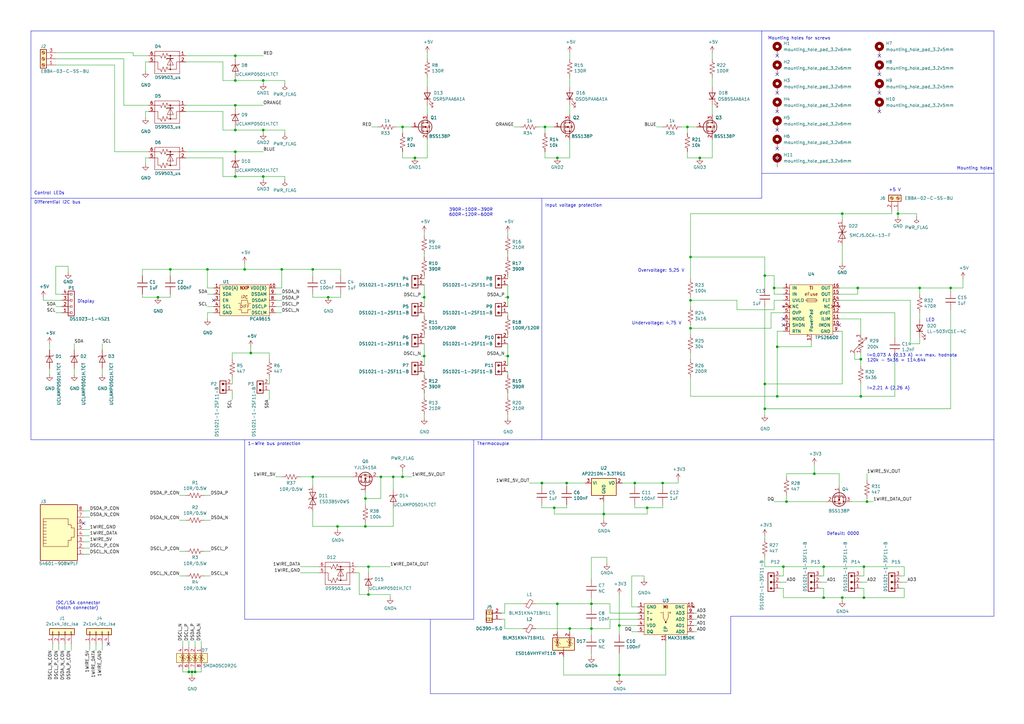
<source format=kicad_sch>
(kicad_sch (version 20230121) (generator eeschema)
  (paper "A3")
  (title_block (title "Signaling by fireplace") (date "2023-06-26") (rev "v2.0") (company "Roman Labovsky (roman-labovsky.cz)"))
  (junction (at 173.99 121.92))
  (junction (at 96.52 33.02))
  (junction (at 354.33 245.11))
  (junction (at 334.01 194.31))
  (junction (at 69.85 110.49))
  (junction (at 138.43 215.9))
  (junction (at 102.87 144.78))
  (junction (at 77.47 275.59))
  (junction (at 232.41 198.12))
  (junction (at 78.74 275.59))
  (junction (at 128.27 195.58))
  (junction (at 96.52 53.34))
  (junction (at 271.78 198.12))
  (junction (at 313.69 113.03))
  (junction (at 337.82 232.41))
  (junction (at 228.6 247.65))
  (junction (at 321.31 232.41))
  (junction (at 173.99 146.05))
  (junction (at 254 256.54))
  (junction (at 265.43 208.28))
  (junction (at 107.95 72.39))
  (junction (at 368.3 87.63))
  (junction (at 165.1 52.07))
  (junction (at 242.57 247.65))
  (junction (at 156.21 195.58))
  (junction (at 227.33 208.28))
  (junction (at 100.33 110.49))
  (junction (at 85.09 110.49))
  (junction (at 377.19 118.11))
  (junction (at 287.02 64.77))
  (junction (at 242.57 257.81))
  (junction (at 353.06 147.32))
  (junction (at 165.1 195.58))
  (junction (at 351.79 118.11))
  (junction (at 313.69 167.64))
  (junction (at 354.33 232.41))
  (junction (at 80.01 275.59))
  (junction (at 128.27 110.49))
  (junction (at 115.57 110.49))
  (junction (at 170.18 64.77))
  (junction (at 223.52 52.07))
  (junction (at 337.82 245.11))
  (junction (at 222.25 198.12))
  (junction (at 233.68 257.81))
  (junction (at 389.89 118.11))
  (junction (at 149.86 204.47))
  (junction (at 64.77 121.92))
  (junction (at 318.77 142.24))
  (junction (at 107.95 53.34))
  (junction (at 96.52 62.23))
  (junction (at 345.44 87.63))
  (junction (at 247.65 210.82))
  (junction (at 283.21 123.19))
  (junction (at 322.58 205.74))
  (junction (at 317.5 118.11))
  (junction (at 260.35 198.12))
  (junction (at 151.13 232.41))
  (junction (at 283.21 134.62))
  (junction (at 134.62 121.92))
  (junction (at 345.44 245.11))
  (junction (at 107.95 33.02))
  (junction (at 96.52 43.18))
  (junction (at 254 276.86))
  (junction (at 355.6 205.74))
  (junction (at 281.94 52.07))
  (junction (at 353.06 162.56))
  (junction (at 283.21 105.41))
  (junction (at 318.77 162.56))
  (junction (at 228.6 64.77))
  (junction (at 149.86 215.9))
  (junction (at 151.13 243.84))
  (junction (at 161.29 195.58))
  (junction (at 313.69 157.48))
  (junction (at 208.28 121.92))
  (junction (at 208.28 146.05))
  (junction (at 96.52 22.86))
  (junction (at 96.52 72.39))
  (no_connect (at 318.77 64.77))
  (no_connect (at 318.77 38.1))
  (no_connect (at 344.17 133.35))
  (no_connect (at 318.77 45.72))
  (no_connect (at 360.68 45.72))
  (no_connect (at 360.68 38.1))
  (no_connect (at 321.31 133.35))
  (no_connect (at 87.63 123.19))
  (no_connect (at 360.68 22.86))
  (no_connect (at 360.68 30.48))
  (no_connect (at 318.77 22.86))
  (no_connect (at 44.45 264.16))
  (no_connect (at 318.77 30.48))
  (no_connect (at 34.29 214.63))
  (no_connect (at 318.77 53.34))
  (no_connect (at 321.31 130.81))
  (no_connect (at 318.77 60.96))
  (wire (pts (xy 250.19 251.46) (xy 250.19 247.65)))
  (wire (pts (xy 248.92 228.6) (xy 248.92 231.14)))
  (wire (pts (xy 116.84 72.39) (xy 116.84 73.66)))
  (wire (pts (xy 96.52 33.02) (xy 96.52 31.75)))
  (wire (pts (xy 82.55 275.59) (xy 82.55 274.32)))
  (polyline (pts (xy 312.42 71.12) (xy 407.67 71.12)))
  (wire (pts (xy 344.17 130.81) (xy 353.06 130.81)))
  (wire (pts (xy 345.44 87.63) (xy 365.76 87.63)))
  (wire (pts (xy 259.08 236.22) (xy 264.16 236.22)))
  (wire (pts (xy 207.01 247.65) (xy 214.63 247.65)))
  (wire (pts (xy 242.57 260.35) (xy 242.57 257.81)))
  (wire (pts (xy 377.19 128.27) (xy 377.19 130.81)))
  (wire (pts (xy 139.7 110.49) (xy 139.7 113.03)))
  (wire (pts (xy 222.25 198.12) (xy 232.41 198.12)))
  (wire (pts (xy 27.94 109.22) (xy 27.94 111.76)))
  (wire (pts (xy 373.38 123.19) (xy 344.17 123.19)))
  (wire (pts (xy 83.82 226.06) (xy 86.36 226.06)))
  (wire (pts (xy 337.82 245.11) (xy 337.82 241.3)))
  (polyline (pts (xy 12.7 180.34) (xy 407.67 180.34)))
  (wire (pts (xy 334.01 194.31) (xy 344.17 194.31)))
  (wire (pts (xy 30.48 151.13) (xy 30.48 153.67)))
  (wire (pts (xy 175.26 24.13) (xy 175.26 21.59)))
  (wire (pts (xy 26.67 264.16) (xy 26.67 266.7)))
  (wire (pts (xy 389.89 118.11) (xy 389.89 119.38)))
  (wire (pts (xy 344.17 194.31) (xy 344.17 199.39)))
  (wire (pts (xy 321.31 128.27) (xy 316.23 128.27)))
  (wire (pts (xy 283.21 114.3) (xy 283.21 105.41)))
  (wire (pts (xy 367.03 128.27) (xy 367.03 138.43)))
  (wire (pts (xy 321.31 232.41) (xy 313.69 232.41)))
  (wire (pts (xy 220.98 52.07) (xy 223.52 52.07)))
  (wire (pts (xy 50.8 24.13) (xy 50.8 43.18)))
  (wire (pts (xy 134.62 121.92) (xy 139.7 121.92)))
  (wire (pts (xy 170.18 64.77) (xy 175.26 64.77)))
  (wire (pts (xy 345.44 100.33) (xy 345.44 107.95)))
  (wire (pts (xy 76.2 22.86) (xy 96.52 22.86)))
  (wire (pts (xy 95.25 154.94) (xy 95.25 157.48)))
  (wire (pts (xy 77.47 275.59) (xy 78.74 275.59)))
  (wire (pts (xy 34.29 217.17) (xy 36.83 217.17)))
  (wire (pts (xy 123.19 234.95) (xy 130.81 234.95)))
  (wire (pts (xy 353.06 147.32) (xy 353.06 149.86)))
  (wire (pts (xy 80.01 274.32) (xy 80.01 275.59)))
  (wire (pts (xy 283.21 134.62) (xy 283.21 137.16)))
  (wire (pts (xy 222.25 199.39) (xy 222.25 198.12)))
  (wire (pts (xy 149.86 215.9) (xy 161.29 215.9)))
  (wire (pts (xy 165.1 64.77) (xy 170.18 64.77)))
  (wire (pts (xy 116.84 53.34) (xy 116.84 54.61)))
  (wire (pts (xy 247.65 205.74) (xy 247.65 210.82)))
  (wire (pts (xy 316.23 128.27) (xy 316.23 134.62)))
  (wire (pts (xy 223.52 64.77) (xy 228.6 64.77)))
  (wire (pts (xy 254 276.86) (xy 254 267.97)))
  (wire (pts (xy 283.21 144.78) (xy 283.21 147.32)))
  (wire (pts (xy 250.19 247.65) (xy 242.57 247.65)))
  (wire (pts (xy 242.57 257.81) (xy 250.19 257.81)))
  (wire (pts (xy 146.05 234.95) (xy 147.32 234.95)))
  (polyline (pts (xy 12.7 12.7) (xy 12.7 180.34)))
  (wire (pts (xy 351.79 118.11) (xy 377.19 118.11)))
  (wire (pts (xy 344.17 135.89) (xy 345.44 135.89)))
  (wire (pts (xy 208.28 170.18) (xy 208.28 171.45)))
  (wire (pts (xy 242.57 245.11) (xy 242.57 247.65)))
  (wire (pts (xy 233.68 21.59) (xy 233.68 24.13)))
  (wire (pts (xy 377.19 140.97) (xy 373.38 140.97)))
  (wire (pts (xy 318.77 162.56) (xy 353.06 162.56)))
  (wire (pts (xy 39.37 264.16) (xy 39.37 266.7)))
  (wire (pts (xy 283.21 105.41) (xy 313.69 105.41)))
  (wire (pts (xy 242.57 247.65) (xy 242.57 248.92)))
  (wire (pts (xy 242.57 228.6) (xy 248.92 228.6)))
  (wire (pts (xy 110.49 144.78) (xy 110.49 147.32)))
  (wire (pts (xy 233.68 43.18) (xy 233.68 46.99)))
  (wire (pts (xy 207.01 121.92) (xy 208.28 121.92)))
  (wire (pts (xy 20.32 151.13) (xy 20.32 153.67)))
  (wire (pts (xy 345.44 135.89) (xy 345.44 157.48)))
  (wire (pts (xy 332.74 139.7) (xy 332.74 142.24)))
  (wire (pts (xy 350.52 144.78) (xy 350.52 147.32)))
  (wire (pts (xy 25.4 123.19) (xy 17.78 123.19)))
  (wire (pts (xy 113.03 120.65) (xy 115.57 120.65)))
  (wire (pts (xy 95.25 147.32) (xy 95.25 144.78)))
  (wire (pts (xy 128.27 199.39) (xy 128.27 195.58)))
  (wire (pts (xy 96.52 22.86) (xy 107.95 22.86)))
  (wire (pts (xy 228.6 247.65) (xy 242.57 247.65)))
  (wire (pts (xy 265.43 208.28) (xy 265.43 210.82)))
  (wire (pts (xy 91.44 53.34) (xy 96.52 53.34)))
  (wire (pts (xy 95.25 144.78) (xy 102.87 144.78)))
  (wire (pts (xy 321.31 241.3) (xy 321.31 245.11)))
  (wire (pts (xy 115.57 110.49) (xy 128.27 110.49)))
  (wire (pts (xy 287.02 64.77) (xy 292.1 64.77)))
  (wire (pts (xy 95.25 163.83) (xy 95.25 160.02)))
  (wire (pts (xy 173.99 140.97) (xy 173.99 146.05)))
  (wire (pts (xy 151.13 232.41) (xy 160.02 232.41)))
  (wire (pts (xy 78.74 275.59) (xy 80.01 275.59)))
  (wire (pts (xy 302.26 127) (xy 317.5 127)))
  (wire (pts (xy 147.32 243.84) (xy 151.13 243.84)))
  (wire (pts (xy 36.83 264.16) (xy 36.83 266.7)))
  (wire (pts (xy 146.05 232.41) (xy 151.13 232.41)))
  (wire (pts (xy 54.61 21.59) (xy 54.61 22.86)))
  (wire (pts (xy 281.94 64.77) (xy 287.02 64.77)))
  (wire (pts (xy 222.25 207.01) (xy 222.25 208.28)))
  (wire (pts (xy 283.21 162.56) (xy 318.77 162.56)))
  (wire (pts (xy 283.21 123.19) (xy 283.21 125.73)))
  (wire (pts (xy 85.09 110.49) (xy 85.09 118.11)))
  (wire (pts (xy 313.69 167.64) (xy 313.69 170.18)))
  (wire (pts (xy 69.85 110.49) (xy 69.85 113.03)))
  (wire (pts (xy 128.27 113.03) (xy 128.27 110.49)))
  (wire (pts (xy 46.99 26.67) (xy 22.86 26.67)))
  (wire (pts (xy 91.44 25.4) (xy 91.44 33.02)))
  (wire (pts (xy 242.57 237.49) (xy 242.57 228.6)))
  (wire (pts (xy 175.26 57.15) (xy 175.26 64.77)))
  (wire (pts (xy 320.04 241.3) (xy 321.31 241.3)))
  (wire (pts (xy 50.8 24.13) (xy 22.86 24.13)))
  (wire (pts (xy 102.87 144.78) (xy 102.87 142.24)))
  (polyline (pts (xy 407.67 71.12) (xy 407.67 252.73)))
  (wire (pts (xy 29.21 264.16) (xy 29.21 266.7)))
  (wire (pts (xy 318.77 142.24) (xy 318.77 162.56)))
  (wire (pts (xy 351.79 118.11) (xy 351.79 120.65)))
  (wire (pts (xy 265.43 208.28) (xy 271.78 208.28)))
  (wire (pts (xy 370.84 241.3) (xy 369.57 241.3)))
  (wire (pts (xy 223.52 52.07) (xy 223.52 54.61)))
  (wire (pts (xy 334.01 194.31) (xy 334.01 190.5)))
  (wire (pts (xy 21.59 264.16) (xy 21.59 266.7)))
  (wire (pts (xy 30.48 143.51) (xy 30.48 140.97)))
  (wire (pts (xy 339.09 205.74) (xy 322.58 205.74)))
  (wire (pts (xy 370.84 232.41) (xy 370.84 236.22)))
  (wire (pts (xy 115.57 125.73) (xy 113.03 125.73)))
  (wire (pts (xy 96.52 53.34) (xy 96.52 52.07)))
  (wire (pts (xy 46.99 62.23) (xy 60.96 62.23)))
  (wire (pts (xy 370.84 236.22) (xy 369.57 236.22)))
  (wire (pts (xy 173.99 153.67) (xy 173.99 152.4)))
  (wire (pts (xy 85.09 110.49) (xy 100.33 110.49)))
  (wire (pts (xy 54.61 22.86) (xy 60.96 22.86)))
  (wire (pts (xy 320.04 238.76) (xy 322.58 238.76)))
  (wire (pts (xy 353.06 144.78) (xy 353.06 147.32)))
  (wire (pts (xy 321.31 135.89) (xy 318.77 135.89)))
  (wire (pts (xy 367.03 146.05) (xy 367.03 162.56)))
  (wire (pts (xy 34.29 227.33) (xy 36.83 227.33)))
  (wire (pts (xy 254 256.54) (xy 261.62 256.54)))
  (wire (pts (xy 41.91 143.51) (xy 41.91 140.97)))
  (wire (pts (xy 58.42 120.65) (xy 58.42 121.92)))
  (wire (pts (xy 96.52 72.39) (xy 107.95 72.39)))
  (wire (pts (xy 173.99 104.14) (xy 173.99 105.41)))
  (wire (pts (xy 165.1 52.07) (xy 165.1 54.61)))
  (wire (pts (xy 161.29 215.9) (xy 161.29 208.28)))
  (wire (pts (xy 247.65 210.82) (xy 247.65 213.36)))
  (wire (pts (xy 22.86 120.65) (xy 25.4 120.65)))
  (wire (pts (xy 208.28 153.67) (xy 208.28 152.4)))
  (wire (pts (xy 337.82 232.41) (xy 337.82 236.22)))
  (wire (pts (xy 123.19 232.41) (xy 130.81 232.41)))
  (wire (pts (xy 317.5 120.65) (xy 321.31 120.65)))
  (wire (pts (xy 128.27 215.9) (xy 138.43 215.9)))
  (wire (pts (xy 227.33 210.82) (xy 247.65 210.82)))
  (wire (pts (xy 281.94 52.07) (xy 281.94 54.61)))
  (wire (pts (xy 337.82 232.41) (xy 354.33 232.41)))
  (wire (pts (xy 355.6 205.74) (xy 355.6 204.47)))
  (wire (pts (xy 337.82 241.3) (xy 336.55 241.3)))
  (wire (pts (xy 128.27 110.49) (xy 139.7 110.49)))
  (wire (pts (xy 115.57 118.11) (xy 113.03 118.11)))
  (polyline (pts (xy 12.7 81.28) (xy 312.42 81.28)))
  (wire (pts (xy 175.26 43.18) (xy 175.26 46.99)))
  (wire (pts (xy 207.01 251.46) (xy 207.01 247.65)))
  (wire (pts (xy 250.19 257.81) (xy 250.19 254)))
  (wire (pts (xy 22.86 120.65) (xy 22.86 109.22)))
  (wire (pts (xy 34.29 222.25) (xy 36.83 222.25)))
  (wire (pts (xy 110.49 160.02) (xy 110.49 163.83)))
  (wire (pts (xy 91.44 45.72) (xy 91.44 53.34)))
  (wire (pts (xy 250.19 254) (xy 261.62 254)))
  (wire (pts (xy 46.99 62.23) (xy 46.99 26.67)))
  (wire (pts (xy 313.69 113.03) (xy 313.69 118.11)))
  (wire (pts (xy 377.19 140.97) (xy 377.19 138.43)))
  (wire (pts (xy 213.36 52.07) (xy 210.82 52.07)))
  (wire (pts (xy 373.38 140.97) (xy 373.38 123.19)))
  (wire (pts (xy 128.27 209.55) (xy 128.27 215.9)))
  (wire (pts (xy 208.28 116.84) (xy 208.28 121.92)))
  (wire (pts (xy 165.1 52.07) (xy 168.91 52.07)))
  (wire (pts (xy 86.36 213.36) (xy 83.82 213.36)))
  (wire (pts (xy 60.96 25.4) (xy 59.69 25.4)))
  (wire (pts (xy 283.21 87.63) (xy 345.44 87.63)))
  (wire (pts (xy 50.8 43.18) (xy 60.96 43.18)))
  (wire (pts (xy 59.69 45.72) (xy 59.69 48.26)))
  (wire (pts (xy 107.95 33.02) (xy 116.84 33.02)))
  (wire (pts (xy 96.52 43.18) (xy 107.95 43.18)))
  (wire (pts (xy 113.03 128.27) (xy 115.57 128.27)))
  (wire (pts (xy 283.21 133.35) (xy 283.21 134.62)))
  (wire (pts (xy 313.69 125.73) (xy 313.69 157.48)))
  (wire (pts (xy 337.82 245.11) (xy 345.44 245.11)))
  (wire (pts (xy 369.57 238.76) (xy 372.11 238.76)))
  (wire (pts (xy 207.01 146.05) (xy 208.28 146.05)))
  (wire (pts (xy 264.16 236.22) (xy 264.16 237.49)))
  (wire (pts (xy 85.09 118.11) (xy 87.63 118.11)))
  (polyline (pts (xy 312.42 12.7) (xy 312.42 81.28)))
  (wire (pts (xy 22.86 125.73) (xy 25.4 125.73)))
  (wire (pts (xy 208.28 104.14) (xy 208.28 105.41)))
  (wire (pts (xy 228.6 259.08) (xy 228.6 247.65)))
  (wire (pts (xy 128.27 121.92) (xy 134.62 121.92)))
  (wire (pts (xy 302.26 123.19) (xy 302.26 127)))
  (wire (pts (xy 321.31 118.11) (xy 317.5 118.11)))
  (wire (pts (xy 389.89 118.11) (xy 394.97 118.11)))
  (wire (pts (xy 156.21 195.58) (xy 161.29 195.58)))
  (wire (pts (xy 350.52 147.32) (xy 353.06 147.32)))
  (polyline (pts (xy 299.72 252.73) (xy 407.67 252.73)))
  (wire (pts (xy 242.57 269.24) (xy 242.57 267.97)))
  (wire (pts (xy 172.72 146.05) (xy 173.99 146.05)))
  (wire (pts (xy 208.28 146.05) (xy 208.28 149.86)))
  (wire (pts (xy 254 256.54) (xy 254 260.35)))
  (wire (pts (xy 233.68 257.81) (xy 242.57 257.81)))
  (wire (pts (xy 353.06 157.48) (xy 353.06 162.56)))
  (wire (pts (xy 96.52 33.02) (xy 107.95 33.02)))
  (wire (pts (xy 394.97 114.3) (xy 394.97 118.11)))
  (wire (pts (xy 77.47 262.89) (xy 77.47 265.43)))
  (wire (pts (xy 100.33 110.49) (xy 115.57 110.49)))
  (wire (pts (xy 128.27 195.58) (xy 144.78 195.58)))
  (wire (pts (xy 345.44 245.11) (xy 354.33 245.11)))
  (wire (pts (xy 227.33 208.28) (xy 232.41 208.28)))
  (wire (pts (xy 83.82 203.2) (xy 86.36 203.2)))
  (wire (pts (xy 354.33 245.11) (xy 354.33 241.3)))
  (wire (pts (xy 17.78 123.19) (xy 17.78 121.92)))
  (wire (pts (xy 149.86 215.9) (xy 138.43 215.9)))
  (wire (pts (xy 345.44 246.38) (xy 345.44 245.11)))
  (wire (pts (xy 76.2 64.77) (xy 91.44 64.77)))
  (polyline (pts (xy 222.25 81.28) (xy 222.25 180.34)))
  (wire (pts (xy 96.52 62.23) (xy 107.95 62.23)))
  (wire (pts (xy 279.4 52.07) (xy 281.94 52.07)))
  (wire (pts (xy 281.94 52.07) (xy 285.75 52.07)))
  (wire (pts (xy 355.6 205.74) (xy 358.14 205.74)))
  (wire (pts (xy 283.21 134.62) (xy 316.23 134.62)))
  (wire (pts (xy 208.28 96.52) (xy 208.28 95.25)))
  (wire (pts (xy 317.5 118.11) (xy 317.5 120.65)))
  (wire (pts (xy 336.55 238.76) (xy 339.09 238.76)))
  (wire (pts (xy 353.06 130.81) (xy 353.06 137.16)))
  (wire (pts (xy 283.21 123.19) (xy 302.26 123.19)))
  (wire (pts (xy 20.32 143.51) (xy 20.32 140.97)))
  (wire (pts (xy 151.13 243.84) (xy 160.02 243.84)))
  (wire (pts (xy 318.77 135.89) (xy 318.77 142.24)))
  (wire (pts (xy 73.66 236.22) (xy 76.2 236.22)))
  (wire (pts (xy 74.93 275.59) (xy 77.47 275.59)))
  (wire (pts (xy 151.13 243.84) (xy 151.13 242.57)))
  (wire (pts (xy 261.62 251.46) (xy 250.19 251.46)))
  (wire (pts (xy 353.06 238.76) (xy 355.6 238.76)))
  (wire (pts (xy 292.1 21.59) (xy 292.1 24.13)))
  (wire (pts (xy 96.52 43.18) (xy 96.52 44.45)))
  (wire (pts (xy 231.14 276.86) (xy 254 276.86)))
  (wire (pts (xy 260.35 198.12) (xy 271.78 198.12)))
  (wire (pts (xy 283.21 162.56) (xy 283.21 154.94)))
  (wire (pts (xy 223.52 52.07) (xy 227.33 52.07)))
  (polyline (pts (xy 407.67 12.7) (xy 407.67 71.12)))
  (wire (pts (xy 365.76 86.36) (xy 365.76 87.63)))
  (wire (pts (xy 34.29 219.71) (xy 36.83 219.71)))
  (wire (pts (xy 149.86 207.01) (xy 149.86 204.47)))
  (wire (pts (xy 41.91 264.16) (xy 41.91 266.7)))
  (wire (pts (xy 128.27 120.65) (xy 128.27 121.92)))
  (wire (pts (xy 255.27 198.12) (xy 260.35 198.12)))
  (wire (pts (xy 233.68 57.15) (xy 233.68 64.77)))
  (wire (pts (xy 139.7 121.92) (xy 139.7 120.65)))
  (wire (pts (xy 34.29 209.55) (xy 36.83 209.55)))
  (wire (pts (xy 22.86 21.59) (xy 54.61 21.59)))
  (wire (pts (xy 313.69 232.41) (xy 313.69 228.6)))
  (wire (pts (xy 100.33 110.49) (xy 100.33 107.95)))
  (wire (pts (xy 149.86 201.93) (xy 149.86 204.47)))
  (wire (pts (xy 368.3 86.36) (xy 368.3 87.63)))
  (wire (pts (xy 389.89 167.64) (xy 313.69 167.64)))
  (wire (pts (xy 317.5 113.03) (xy 317.5 118.11)))
  (wire (pts (xy 207.01 254) (xy 205.74 254)))
  (wire (pts (xy 138.43 215.9) (xy 138.43 217.17)))
  (wire (pts (xy 85.09 125.73) (xy 87.63 125.73)))
  (wire (pts (xy 58.42 113.03) (xy 58.42 110.49)))
  (wire (pts (xy 60.96 64.77) (xy 59.69 64.77)))
  (wire (pts (xy 368.3 87.63) (xy 375.92 87.63)))
  (wire (pts (xy 165.1 52.07) (xy 162.56 52.07)))
  (wire (pts (xy 160.02 245.11) (xy 160.02 243.84)))
  (wire (pts (xy 64.77 121.92) (xy 69.85 121.92)))
  (wire (pts (xy 154.94 195.58) (xy 156.21 195.58)))
  (wire (pts (xy 172.72 121.92) (xy 173.99 121.92)))
  (wire (pts (xy 86.36 236.22) (xy 83.82 236.22)))
  (wire (pts (xy 173.99 95.25) (xy 173.99 96.52)))
  (wire (pts (xy 82.55 262.89) (xy 82.55 265.43)))
  (wire (pts (xy 165.1 62.23) (xy 165.1 64.77)))
  (wire (pts (xy 322.58 205.74) (xy 317.5 205.74)))
  (wire (pts (xy 80.01 275.59) (xy 82.55 275.59)))
  (wire (pts (xy 161.29 200.66) (xy 161.29 195.58)))
  (wire (pts (xy 227.33 208.28) (xy 227.33 210.82)))
  (wire (pts (xy 34.29 224.79) (xy 36.83 224.79)))
  (wire (pts (xy 337.82 236.22) (xy 336.55 236.22)))
  (wire (pts (xy 242.57 256.54) (xy 242.57 257.81)))
  (wire (pts (xy 377.19 118.11) (xy 389.89 118.11)))
  (wire (pts (xy 208.28 140.97) (xy 208.28 146.05)))
  (wire (pts (xy 208.28 114.3) (xy 208.28 113.03)))
  (wire (pts (xy 284.48 259.08) (xy 285.75 259.08)))
  (wire (pts (xy 113.03 123.19) (xy 115.57 123.19)))
  (wire (pts (xy 354.33 245.11) (xy 370.84 245.11)))
  (wire (pts (xy 110.49 154.94) (xy 110.49 157.48)))
  (wire (pts (xy 58.42 110.49) (xy 69.85 110.49)))
  (wire (pts (xy 149.86 214.63) (xy 149.86 215.9)))
  (wire (pts (xy 60.96 45.72) (xy 59.69 45.72)))
  (wire (pts (xy 59.69 64.77) (xy 59.69 67.31)))
  (wire (pts (xy 149.86 204.47) (xy 156.21 204.47)))
  (wire (pts (xy 208.28 161.29) (xy 208.28 162.56)))
  (wire (pts (xy 207.01 257.81) (xy 207.01 254)))
  (wire (pts (xy 271.78 208.28) (xy 271.78 207.01)))
  (wire (pts (xy 375.92 87.63) (xy 375.92 88.9)))
  (wire (pts (xy 147.32 234.95) (xy 147.32 243.84)))
  (wire (pts (xy 115.57 110.49) (xy 115.57 118.11)))
  (wire (pts (xy 283.21 121.92) (xy 283.21 123.19)))
  (wire (pts (xy 73.66 203.2) (xy 76.2 203.2)))
  (wire (pts (xy 313.69 105.41) (xy 313.69 113.03)))
  (wire (pts (xy 240.03 198.12) (xy 232.41 198.12)))
  (wire (pts (xy 284.48 256.54) (xy 285.75 256.54)))
  (wire (pts (xy 161.29 195.58) (xy 165.1 195.58)))
  (wire (pts (xy 91.44 64.77) (xy 91.44 72.39)))
  (wire (pts (xy 233.68 31.75) (xy 233.68 35.56)))
  (wire (pts (xy 107.95 53.34) (xy 116.84 53.34)))
  (polyline (pts (xy 176.53 284.48) (xy 299.72 284.48)))
  (wire (pts (xy 271.78 199.39) (xy 271.78 198.12)))
  (wire (pts (xy 219.71 247.65) (xy 228.6 247.65)))
  (wire (pts (xy 154.94 52.07) (xy 152.4 52.07)))
  (wire (pts (xy 41.91 151.13) (xy 41.91 153.67)))
  (wire (pts (xy 322.58 194.31) (xy 334.01 194.31)))
  (wire (pts (xy 321.31 245.11) (xy 337.82 245.11)))
  (wire (pts (xy 173.99 116.84) (xy 173.99 121.92)))
  (wire (pts (xy 345.44 90.17) (xy 345.44 87.63)))
  (wire (pts (xy 123.19 195.58) (xy 128.27 195.58)))
  (wire (pts (xy 317.5 127) (xy 317.5 123.19)))
  (wire (pts (xy 58.42 121.92) (xy 64.77 121.92)))
  (polyline (pts (xy 176.53 254) (xy 176.53 284.48)))
  (wire (pts (xy 85.09 128.27) (xy 85.09 130.81)))
  (wire (pts (xy 284.48 254) (xy 285.75 254)))
  (wire (pts (xy 354.33 236.22) (xy 353.06 236.22)))
  (wire (pts (xy 281.94 62.23) (xy 281.94 64.77)))
  (wire (pts (xy 278.13 198.12) (xy 278.13 196.85)))
  (wire (pts (xy 321.31 232.41) (xy 337.82 232.41)))
  (wire (pts (xy 320.04 236.22) (xy 321.31 236.22)))
  (wire (pts (xy 173.99 161.29) (xy 173.99 162.56)))
  (wire (pts (xy 151.13 232.41) (xy 151.13 234.95)))
  (wire (pts (xy 175.26 31.75) (xy 175.26 35.56)))
  (wire (pts (xy 96.52 72.39) (xy 96.52 71.12)))
  (wire (pts (xy 259.08 259.08) (xy 261.62 259.08)))
  (wire (pts (xy 259.08 248.92) (xy 259.08 236.22)))
  (wire (pts (xy 345.44 157.48) (xy 313.69 157.48)))
  (wire (pts (xy 271.78 198.12) (xy 278.13 198.12)))
  (wire (pts (xy 317.5 113.03) (xy 313.69 113.03)))
  (polyline (pts (xy 299.72 252.73) (xy 299.72 284.48)))
  (wire (pts (xy 260.35 208.28) (xy 265.43 208.28)))
  (wire (pts (xy 77.47 274.32) (xy 77.47 275.59)))
  (wire (pts (xy 370.84 245.11) (xy 370.84 241.3)))
  (wire (pts (xy 96.52 22.86) (xy 96.52 24.13)))
  (wire (pts (xy 107.95 72.39) (xy 116.84 72.39)))
  (wire (pts (xy 354.33 241.3) (xy 353.06 241.3)))
  (wire (pts (xy 318.77 142.24) (xy 332.74 142.24)))
  (wire (pts (xy 208.28 121.92) (xy 208.28 125.73)))
  (wire (pts (xy 208.28 138.43) (xy 208.28 137.16)))
  (wire (pts (xy 85.09 128.27) (xy 87.63 128.27)))
  (wire (pts (xy 271.78 52.07) (xy 269.24 52.07)))
  (wire (pts (xy 107.95 54.61) (xy 107.95 53.34)))
  (wire (pts (xy 208.28 129.54) (xy 208.28 128.27)))
  (wire (pts (xy 96.52 62.23) (xy 96.52 63.5)))
  (wire (pts (xy 91.44 33.02) (xy 96.52 33.02)))
  (wire (pts (xy 173.99 129.54) (xy 173.99 128.27)))
  (wire (pts (xy 173.99 121.92) (xy 173.99 125.73)))
  (wire (pts (xy 254 278.13) (xy 254 276.86)))
  (wire (pts (xy 76.2 45.72) (xy 91.44 45.72)))
  (wire (pts (xy 260.35 199.39) (xy 260.35 198.12)))
  (wire (pts (xy 78.74 276.86) (xy 78.74 275.59)))
  (wire (pts (xy 74.93 274.32) (xy 74.93 275.59)))
  (wire (pts (xy 165.1 195.58) (xy 168.91 195.58)))
  (wire (pts (xy 313.69 157.48) (xy 313.69 167.64)))
  (wire (pts (xy 292.1 31.75) (xy 292.1 35.56)))
  (polyline (pts (xy 312.42 12.7) (xy 407.67 12.7)))
  (wire (pts (xy 260.35 207.01) (xy 260.35 208.28)))
  (wire (pts (xy 355.6 196.85) (xy 355.6 194.31)))
  (wire (pts (xy 322.58 195.58) (xy 322.58 194.31)))
  (wire (pts (xy 351.79 118.11) (xy 344.17 118.11)))
  (wire (pts (xy 69.85 121.92) (xy 69.85 120.65)))
  (wire (pts (xy 232.41 208.28) (xy 232.41 207.01)))
  (wire (pts (xy 247.65 210.82) (xy 265.43 210.82)))
  (polyline (pts (xy 100.33 254) (xy 194.31 254)))
  (polyline (pts (xy 312.42 12.7) (xy 12.7 12.7)))
  (wire (pts (xy 173.99 138.43) (xy 173.99 137.16)))
  (wire (pts (xy 261.62 248.92) (xy 259.08 248.92)))
  (wire (pts (xy 116.84 33.02) (xy 116.84 34.29)))
  (wire (pts (xy 22.86 109.22) (xy 27.94 109.22)))
  (wire (pts (xy 283.21 87.63) (xy 283.21 105.41)))
  (wire (pts (xy 368.3 87.63) (xy 368.3 88.9)))
  (wire (pts (xy 217.17 198.12) (xy 222.25 198.12)))
  (wire (pts (xy 76.2 62.23) (xy 96.52 62.23)))
  (wire (pts (xy 354.33 232.41) (xy 354.33 236.22)))
  (wire (pts (xy 344.17 128.27) (xy 367.03 128.27)))
  (wire (pts (xy 59.69 25.4) (xy 59.69 29.21)))
  (wire (pts (xy 228.6 64.77) (xy 233.68 64.77)))
  (wire (pts (xy 96.52 53.34) (xy 107.95 53.34)))
  (wire (pts (xy 80.01 262.89) (xy 80.01 265.43)))
  (polyline (pts (xy 100.33 180.34) (xy 100.33 254)))
  (wire (pts (xy 24.13 264.16) (xy 24.13 266.7)))
  (wire (pts (xy 222.25 208.28) (xy 227.33 208.28)))
  (wire (pts (xy 22.86 128.27) (xy 25.4 128.27)))
  (wire (pts (xy 156.21 204.47) (xy 156.21 195.58)))
  (wire (pts (xy 73.66 226.06) (xy 76.2 226.06)))
  (wire (pts (xy 107.95 73.66) (xy 107.95 72.39)))
  (wire (pts (xy 284.48 251.46) (xy 285.75 251.46)))
  (polyline (pts (xy 194.31 180.34) (xy 194.31 254)))
  (wire (pts (xy 233.68 259.08) (xy 233.68 257.81)))
  (wire (pts (xy 317.5 123.19) (xy 321.31 123.19)))
  (wire (pts (xy 76.2 43.18) (xy 96.52 43.18)))
  (wire (pts (xy 254 276.86) (xy 273.05 276.86)))
  (wire (pts (xy 74.93 265.43) (xy 74.93 262.89)))
  (wire (pts (xy 73.66 213.36) (xy 76.2 213.36)))
  (wire (pts (xy 107.95 34.29) (xy 107.95 33.02)))
  (wire (pts (xy 313.69 220.98) (xy 313.69 219.71)))
  (wire (pts (xy 273.05 276.86) (xy 273.05 262.89)))
  (wire (pts (xy 207.01 257.81) (xy 214.63 257.81)))
  (wire (pts (xy 344.17 120.65) (xy 351.79 120.65)))
  (wire (pts (xy 102.87 144.78) (xy 110.49 144.78)))
  (wire (pts (xy 76.2 25.4) (xy 91.44 25.4)))
  (wire (pts (xy 69.85 110.49) (xy 85.09 110.49)))
  (wire (pts (xy 173.99 114.3) (xy 173.99 113.03)))
  (wire (pts (xy 91.44 72.39) (xy 96.52 72.39)))
  (wire (pts (xy 389.89 127) (xy 389.89 167.64)))
  (wire (pts (xy 254 256.54) (xy 254 243.84)))
  (wire (pts (xy 292.1 43.18) (xy 292.1 46.99)))
  (wire (pts (xy 353.06 162.56) (xy 367.03 162.56)))
  (wire (pts (xy 321.31 236.22) (xy 321.31 232.41)))
  (wire (pts (xy 292.1 57.15) (xy 292.1 64.77)))
  (wire (pts (xy 115.57 195.58) (xy 113.03 195.58)))
  (wire (pts (xy 85.09 120.65) (xy 87.63 120.65)))
  (wire (pts (xy 377.19 120.65) (xy 377.19 118.11)))
  (wire (pts (xy 223.52 62.23) (xy 223.52 64.77)))
  (wire (pts (xy 205.74 251.46) (xy 207.01 251.46)))
  (wire (pts (xy 165.1 193.04) (xy 165.1 195.58)))
  (wire (pts (xy 36.83 212.09) (xy 34.29 212.09)))
  (wire (pts (xy 232.41 199.39) (xy 232.41 198.12)))
  (wire (pts (xy 322.58 205.74) (xy 322.58 203.2)))
  (wire (pts (xy 349.25 205.74) (xy 355.6 205.74)))
  (wire (pts (xy 354.33 232.41) (xy 370.84 232.41)))
  (wire (pts (xy 231.14 269.24) (xy 231.14 276.86)))
  (wire (pts (xy 219.71 257.81) (xy 233.68 257.81)))
  (wire (pts (xy 173.99 146.05) (xy 173.99 149.86)))
  (wire (pts (xy 173.99 171.45) (xy 173.99 170.18)))
  (text "Default: 0000" (at 339.09 219.71 0) (effects (font (size 1.27 1.27)) (justify left bottom)))
  (text "Mounting holes for screws" (at 314.96 16.51 0) (effects (font (size 1.27 1.27)) (justify left bottom)))
  (text "Display" (at 31.75 124.46 0) (effects (font (size 1.27 1.27)) (justify left bottom)))
  (text "Overvoltage: 5,25 V" (at 261.62 111.76 0) (effects (font (size 1.27 1.27)) (justify left bottom)))
  (text "390R-100R-390R\n600R-120R-600R" (at 184.15 88.9 0) (effects (font (size 1.27 1.27)) (justify left bottom)))
  (text "LED" (at 379.73 132.08 0) (effects (font (size 1.27 1.27)) (justify left bottom)))
  (text "Thermocouple" (at 195.58 182.88 0) (effects (font (size 1.27 1.27)) (justify left bottom)))
  (text "1-Wire bus protection" (at 101.6 182.88 0) (effects (font (size 1.27 1.27)) (justify left bottom)))
  (text "+5 V" (at 364.49 78.74 0) (effects (font (size 1.27 1.27)) (justify left bottom)))
  (text "IDC/LSA connector\n(notch connector)" (at 22.86 250.19 0) (effects (font (size 1.27 1.27)) (justify left bottom)))
  (text "Undervoltage: 4,75 V" (at 259.08 133.35 0) (effects (font (size 1.27 1.27)) (justify left bottom)))
  (text "Differential I2C bus" (at 13.97 83.82 0) (effects (font (size 1.27 1.27)) (justify left bottom)))
  (text "Input voltage protection" (at 223.52 85.09 0) (effects (font (size 1.27 1.27)) (justify left bottom)))
  (text "I=2,21 A (2,26 A)" (at 355.6 160.02 0) (effects (font (size 1.27 1.27)) (justify left bottom)))
  (text "I=0,073 A (0,13 A) => max. hodnota\n120k - 5k36 = 114,64k" (at 355.6 148.59 0) (effects (font (size 1.27 1.27)) (justify left bottom)))
  (text "Control LEDs" (at 13.97 80.01 0) (effects (font (size 1.27 1.27)) (justify left bottom)))
  (text "Mounting holes" (at 392.43 69.85 0) (effects (font (size 1.27 1.27)) (justify left bottom)))
  (label "DSDA_N_CON" (at 73.66 213.36 180))
  (label "DSDA_N" (at 86.36 213.36 0))
  (label "DSCL_P_CON" (at 24.13 266.7 270))
  (label "1WIRE_5V_OUT" (at 355.6 194.31 0))
  (label "AD1" (at 285.75 256.54 0))
  (label "SDA" (at 85.09 120.65 180))
  (label "DSCL_N" (at 115.57 128.27 0))
  (label "1WIRE_DATA_OUT" (at 160.02 232.41 0))
  (label "AD1" (at 339.09 238.76 0))
  (label "DSDA_P_CON" (at 73.66 203.2 180))
  (label "1WIRE_5V" (at 113.03 195.58 180))
  (label "AD3" (at 372.11 238.76 0))
  (label "1WIRE_DATA" (at 39.37 266.7 270))
  (label "DSCL_P_CON" (at 73.66 226.06 180))
  (label "DQ" (at 259.08 259.08 180))
  (label "SDA" (at 30.48 140.97 0))
  (label "1WIRE_DATA" (at 36.83 219.71 0))
  (label "DSDA_P" (at 86.36 203.2 0))
  (label "1WIRE_GND" (at 36.83 217.17 0))
  (label "DSDA_N" (at 82.55 262.89 90))
  (label "AD0" (at 322.58 238.76 0))
  (label "DSDA_P_CON" (at 29.21 266.7 270))
  (label "SDA" (at 110.49 163.83 270))
  (label "DSCL_P" (at 77.47 262.89 90))
  (label "1WIRE_5V" (at 36.83 266.7 270))
  (label "RED" (at 107.95 22.86 0))
  (label "1WIRE_5V_OUT" (at 217.17 198.12 180))
  (label "DSCL_N" (at 86.36 236.22 0))
  (label "DSCL_N" (at 172.72 146.05 180))
  (label "RED" (at 152.4 52.07 180))
  (label "1WIRE_GND" (at 41.91 266.7 270))
  (label "DSDA_N" (at 207.01 146.05 180))
  (label "DSDA_P_CON" (at 36.83 209.55 0))
  (label "1WIRE_DATA" (at 123.19 232.41 180))
  (label "DSDA_P" (at 80.01 262.89 90))
  (label "1WIRE_5V" (at 36.83 222.25 0))
  (label "1WIRE_5V_OUT" (at 168.91 195.58 0))
  (label "DSCL_P" (at 115.57 125.73 0))
  (label "ORANGE" (at 210.82 52.07 180))
  (label "SCL" (at 85.09 125.73 180))
  (label "SCL" (at 95.25 163.83 270))
  (label "1WIRE_DATA_OUT" (at 358.14 205.74 0))
  (label "AD2" (at 355.6 238.76 0))
  (label "ORANGE" (at 107.95 43.18 0))
  (label "DSCL_P" (at 86.36 226.06 0))
  (label "DQ" (at 317.5 205.74 180))
  (label "DSCL_P" (at 172.72 121.92 180))
  (label "DSCL_N" (at 74.93 262.89 90))
  (label "DSDA_P" (at 115.57 123.19 0))
  (label "BLUE" (at 107.95 62.23 0))
  (label "DSDA_N" (at 115.57 120.65 0))
  (label "SCL" (at 22.86 128.27 180))
  (label "DSCL_N_CON" (at 73.66 236.22 180))
  (label "BLUE" (at 269.24 52.07 180))
  (label "SCL" (at 41.91 140.97 0))
  (label "AD2" (at 285.75 254 0))
  (label "1WIRE_GND" (at 123.19 234.95 180))
  (label "SDA" (at 22.86 125.73 180))
  (label "DSCL_N_CON" (at 36.83 227.33 0))
  (label "DSDA_N_CON" (at 36.83 212.09 0))
  (label "DSCL_P_CON" (at 36.83 224.79 0))
  (label "DSDA_P" (at 207.01 121.92 180))
  (label "AD3" (at 285.75 251.46 0))
  (label "DSCL_N_CON" (at 21.59 266.7 270))
  (label "AD0" (at 285.75 259.08 0))
  (label "DSDA_N_CON" (at 26.67 266.7 270))
  (symbol (lib_id "power_rl:GND") (at 368.3 90.17 0) (unit 1)
    (property "Reference" "#PWR040" (effects hide))
    (property "Value" "GND" (at 368.3 92.71 0))
  )
  (symbol (lib_id "power_rl:+5V") (at 394.97 114.3 0) (unit 1)
    (property "Reference" "#PWR043" (effects hide))
    (property "Value" "+5V" (at 395.351 109.9058 0))
  )
  (symbol (lib_id "unipolar_transistor_smd_rl:BSS138P") (at 175.26 52.07 0) (unit 1)
    (property "Reference" "Q1" (at 176.53 48.26 0) (effects (justify left)))
    (property "Value" "BSS138P" (at 180.34 55.88 0))
    (property "Footprint" "package_sot_rl:sot_323" (effects hide))
    (property "Datasheet" "https://assets.nexperia.com/documents/data-sheet/BSS138P.pdf" (effects hide))
  )
  (symbol (lib_id "unipolar_transistor_smd_rl:BSS138P") (at 233.68 52.07 0) (unit 1)
    (property "Reference" "Q2" (at 234.95 48.26 0) (effects (justify left)))
    (property "Value" "BSS138P" (at 238.76 55.88 0))
    (property "Footprint" "package_sot_rl:sot_323" (effects hide))
    (property "Datasheet" "https://assets.nexperia.com/documents/data-sheet/BSS138P.pdf" (effects hide))
  )
  (symbol (lib_id "unipolar_transistor_smd_rl:BSS138P") (at 292.1 52.07 0) (unit 1)
    (property "Reference" "Q3" (at 293.37 48.26 0) (effects (justify left)))
    (property "Value" "BSS138P" (at 297.18 55.88 0))
    (property "Footprint" "package_sot_rl:sot_323" (effects hide))
    (property "Datasheet" "https://assets.nexperia.com/documents/data-sheet/BSS138P.pdf" (effects hide))
  )
  (symbol (lib_id "resistor_smd_rl:r_1206_us") (at 175.26 27.94 270) (unit 1)
    (property "Reference" "R8" (at 176.9872 26.7716 90) (effects (justify left)))
    (property "Value" "130R" (at 176.9872 29.083 90) (effects (justify left)))
    (property "Footprint" "resistor_smd_rl:r_1206" (effects hide))
  )
  (symbol (lib_id "resistor_smd_rl:r_1206_us") (at 233.68 27.94 270) (unit 1)
    (property "Reference" "R15" (at 235.4072 26.7716 90) (effects (justify left)))
    (property "Value" "130R" (at 235.4072 29.083 90) (effects (justify left)))
    (property "Footprint" "resistor_smd_rl:r_1206" (effects hide))
  )
  (symbol (lib_id "resistor_smd_rl:r_1206_us") (at 292.1 27.94 270) (unit 1)
    (property "Reference" "R22" (at 293.8272 26.7716 90) (effects (justify left)))
    (property "Value" "100R" (at 293.8272 29.083 90) (effects (justify left)))
    (property "Footprint" "resistor_smd_rl:r_1206" (effects hide))
  )
  (symbol (lib_id "resistor_smd_rl:r_1206_us") (at 165.1 58.42 270) (unit 1)
    (property "Reference" "R7" (at 166.8272 57.2516 90) (effects (justify left)))
    (property "Value" "10k" (at 166.8272 59.563 90) (effects (justify left)))
    (property "Footprint" "resistor_smd_rl:r_1206" (effects hide))
  )
  (symbol (lib_id "resistor_smd_rl:r_1206_us") (at 223.52 58.42 270) (unit 1)
    (property "Reference" "R14" (at 225.2472 57.2516 90) (effects (justify left)))
    (property "Value" "10k" (at 225.2472 59.563 90) (effects (justify left)))
    (property "Footprint" "resistor_smd_rl:r_1206" (effects hide))
  )
  (symbol (lib_id "resistor_smd_rl:r_1206_us") (at 281.94 58.42 270) (unit 1)
    (property "Reference" "R21" (at 283.6672 57.2516 90) (effects (justify left)))
    (property "Value" "10k" (at 283.6672 59.563 90) (effects (justify left)))
    (property "Footprint" "resistor_smd_rl:r_1206" (effects hide))
  )
  (symbol (lib_id "terminal_block_tht_rl:EBBA-03-C-SS-BU") (at 17.78 24.13 180) (unit 1)
    (property "Reference" "J2" (at 17.78 19.05 0))
    (property "Value" "EBBA-03-C-SS-BU" (at 26.67 29.21 0))
    (property "Footprint" "terminal_block_tht_rl:EBBA-03-C-SS-BU" (effects hide))
    (property "Datasheet" "https://app.adam-tech.com/products/download/data_sheet/204164/ebba-xx-c-ss-bu-data-sheet.pdf" (effects hide))
  )
  (symbol (lib_id "terminal_block_tht_rl:EBBA-02-C-SS-BU") (at 367.03 81.28 270) (mirror x) (unit 1)
    (property "Reference" "J6" (at 363.22 81.28 90) (effects (justify right)))
    (property "Value" "EBBA-02-C-SS-BU" (at 381 81.28 90))
    (property "Footprint" "terminal_block_tht_rl:EBBA-02-C-SS-BU" (effects hide))
    (property "Datasheet" "https://app.adam-tech.com/products/download/data_sheet/204164/ebba-xx-c-ss-bu-data-sheet.pdf" (effects hide))
  )
  (symbol (lib_id "power_rl:GND") (at 313.69 171.45 0) (unit 1)
    (property "Reference" "#PWR033" (effects hide))
    (property "Value" "GND" (at 313.817 175.8442 0))
  )
  (symbol (lib_id "power_rl:+5V") (at 175.26 21.59 0) (unit 1)
    (property "Reference" "#PWR020" (effects hide))
    (property "Value" "+5V" (at 175.641 17.1958 0))
  )
  (symbol (lib_id "power_rl:+5V") (at 233.68 21.59 0) (unit 1)
    (property "Reference" "#PWR026" (effects hide))
    (property "Value" "+5V" (at 234.061 17.1958 0))
  )
  (symbol (lib_id "power_rl:+5V") (at 292.1 21.59 0) (unit 1)
    (property "Reference" "#PWR031" (effects hide))
    (property "Value" "+5V" (at 292.481 17.1958 0))
  )
  (symbol (lib_id "transil_diode_smd_rl:UCLAMP0501H.TCT") (at 151.13 238.76 0) (unit 1)
    (property "Reference" "D15" (at 153.5176 237.5916 0) (effects (justify left)))
    (property "Value" "UCLAMP0501H.TCT" (at 160.02 241.3 0))
    (property "Footprint" "package_sod_rl:sod_523" (effects hide))
    (property "Datasheet" "https://semtech.my.salesforce.com/sfc/p/#E0000000JelG/a/44000000MCOu/TAxz.g3b9Kc3zALQPNaVYTri83_DHtuxXaYryd8B43M" (effects hide))
  )
  (symbol (lib_id "transil_diode_smd_rl:DS9503_us") (at 138.43 234.95 0) (mirror y) (unit 1)
    (property "Reference" "D12" (at 135.89 228.6 0))
    (property "Value" "DS9503_us" (at 138.684 241.3 0))
    (property "Footprint" "package_tsoc_rl:tsoc_6" (effects hide))
    (property "Datasheet" "https://datasheets.maximintegrated.com/en/ds/DS9503.pdf" (effects hide))
  )
  (symbol (lib_id "transil_diode_smd_rl:UCLAMP0501H.TCT") (at 96.52 27.94 0) (unit 1)
    (property "Reference" "D8" (at 98.9076 26.7716 0) (effects (justify left)))
    (property "Value" "UCLAMP0501H.TCT" (at 105.41 30.48 0))
    (property "Footprint" "package_sod_rl:sod_523" (effects hide))
    (property "Datasheet" "https://semtech.my.salesforce.com/sfc/p/#E0000000JelG/a/44000000MCOu/TAxz.g3b9Kc3zALQPNaVYTri83_DHtuxXaYryd8B43M" (effects hide))
  )
  (symbol (lib_id "transil_diode_smd_rl:UCLAMP0501H.TCT") (at 96.52 48.26 0) (unit 1)
    (property "Reference" "D9" (at 98.9076 47.0916 0) (effects (justify left)))
    (property "Value" "UCLAMP0501H.TCT" (at 105.41 50.8 0))
    (property "Footprint" "package_sod_rl:sod_523" (effects hide))
    (property "Datasheet" "https://semtech.my.salesforce.com/sfc/p/#E0000000JelG/a/44000000MCOu/TAxz.g3b9Kc3zALQPNaVYTri83_DHtuxXaYryd8B43M" (effects hide))
  )
  (symbol (lib_id "transil_diode_smd_rl:UCLAMP0501H.TCT") (at 96.52 67.31 0) (unit 1)
    (property "Reference" "D10" (at 98.9076 66.1416 0) (effects (justify left)))
    (property "Value" "UCLAMP0501H.TCT" (at 105.41 69.85 0))
    (property "Footprint" "package_sod_rl:sod_523" (effects hide))
    (property "Datasheet" "https://semtech.my.salesforce.com/sfc/p/#E0000000JelG/a/44000000MCOu/TAxz.g3b9Kc3zALQPNaVYTri83_DHtuxXaYryd8B43M" (effects hide))
  )
  (symbol (lib_id "diode_smd_rl:DS9503_us") (at 68.58 25.4 0) (mirror y) (unit 1)
    (property "Reference" "D4" (at 64.77 19.05 0))
    (property "Value" "DS9503_us" (at 68.834 31.75 0))
    (property "Footprint" "package_tsoc_rl:tsoc_6" (effects hide))
    (property "Datasheet" "https://datasheets.maximintegrated.com/en/ds/DS9503.pdf" (effects hide))
  )
  (symbol (lib_id "diode_smd_rl:DS9503_us") (at 68.58 45.72 0) (mirror y) (unit 1)
    (property "Reference" "D5" (at 64.77 39.37 0))
    (property "Value" "DS9503_us" (at 68.834 52.07 0))
    (property "Footprint" "package_tsoc_rl:tsoc_6" (effects hide))
    (property "Datasheet" "https://datasheets.maximintegrated.com/en/ds/DS9503.pdf" (effects hide))
  )
  (symbol (lib_id "diode_smd_rl:DS9503_us") (at 68.58 64.77 0) (mirror y) (unit 1)
    (property "Reference" "D6" (at 64.77 58.42 0))
    (property "Value" "DS9503_us" (at 68.834 71.12 0))
    (property "Footprint" "package_tsoc_rl:tsoc_6" (effects hide))
    (property "Datasheet" "https://datasheets.maximintegrated.com/en/ds/DS9503.pdf" (effects hide))
  )
  (symbol (lib_id "power_rl:GND") (at 59.69 30.48 0) (unit 1)
    (property "Reference" "#PWR07" (effects hide))
    (property "Value" "GND" (at 59.817 34.8742 0))
  )
  (symbol (lib_id "power_rl:GND") (at 59.69 49.53 0) (unit 1)
    (property "Reference" "#PWR08" (effects hide))
    (property "Value" "GND" (at 59.817 53.9242 0))
  )
  (symbol (lib_id "power_rl:GND") (at 59.69 68.58 0) (unit 1)
    (property "Reference" "#PWR09" (effects hide))
    (property "Value" "GND" (at 59.817 72.9742 0))
  )
  (symbol (lib_id "resistor_smd_rl:r_1206_us") (at 283.21 151.13 270) (unit 1)
    (property "Reference" "R26" (at 284.9372 149.9616 90) (effects (justify left)))
    (property "Value" "200R" (at 284.9372 152.273 90) (effects (justify left)))
    (property "Footprint" "resistor_smd_rl:r_1206" (effects hide))
  )
  (symbol (lib_id "resistor_smd_rl:r_1206_us") (at 283.21 118.11 270) (unit 1)
    (property "Reference" "R23" (at 284.9372 116.9416 90) (effects (justify left)))
    (property "Value" "100k" (at 284.9372 119.253 90) (effects (justify left)))
    (property "Footprint" "resistor_smd_rl:r_1206" (effects hide))
  )
  (symbol (lib_id "resistor_smd_rl:r_1206_us") (at 283.21 129.54 270) (unit 1)
    (property "Reference" "R24" (at 284.9372 128.3716 90) (effects (justify left)))
    (property "Value" "3k16" (at 284.9372 130.683 90) (effects (justify left)))
    (property "Footprint" "resistor_smd_rl:r_1206" (effects hide))
  )
  (symbol (lib_id "resistor_smd_rl:r_1206_us") (at 283.21 140.97 270) (unit 1)
    (property "Reference" "R25" (at 284.9372 139.8016 90) (effects (justify left)))
    (property "Value" "30k" (at 284.9372 142.113 90) (effects (justify left)))
    (property "Footprint" "resistor_smd_rl:r_1206" (effects hide))
  )
  (symbol (lib_id "power:PWR_FLAG") (at 375.92 88.9 180) (unit 1)
    (property "Reference" "#FLG04" (effects hide))
    (property "Value" "PWR_FLAG" (at 375.92 93.2942 0))
  )
  (symbol (lib_id "power_management_rl:TPS26600") (at 332.74 123.19 0) (unit 1)
    (property "Reference" "U4" (at 332.74 112.395 0))
    (property "Value" "TPS26600" (at 339.09 138.43 0))
    (property "Footprint" "package_htssop_rl:htssop_16_6.6mm×5.1mm" (effects hide))
    (property "Datasheet" "https://www.ti.com/lit/ds/symlink/tps2660.pdf?ts=1703535012240&ref_url=https%253A%252F%252Fwww.google.com%252F" (effects hide))
    (property "Manufacturer" "Texas Instruments" (effects hide))
  )
  (symbol (lib_id "resistor_smd_rl:r_1206_us") (at 353.06 153.67 90) (unit 1)
    (property "Reference" "R30" (at 354.7872 152.5016 90) (effects (justify right)))
    (property "Value" "5k36" (at 354.7872 154.813 90) (effects (justify right)))
    (property "Footprint" "resistor_smd_rl:r_1206" (effects hide))
  )
  (symbol (lib_id "capacitor_smd_rl:c_1206") (at 313.69 121.92 270) (unit 1)
    (property "Reference" "C13" (at 309.88 119.38 90) (effects (justify left)))
    (property "Value" "1uF" (at 308.61 124.46 90) (effects (justify left)))
    (property "Footprint" "capacitor_smd_rl:c_1206" (effects hide))
  )
  (symbol (lib_id "capacitor_smd_rl:c_1206") (at 389.89 123.19 270) (unit 1)
    (property "Reference" "C15" (at 392.684 122.0216 90) (effects (justify left)))
    (property "Value" "1uF" (at 392.684 124.333 90) (effects (justify left)))
    (property "Footprint" "capacitor_smd_rl:c_1206" (effects hide))
  )
  (symbol (lib_id "capacitor_smd_rl:c_1206") (at 367.03 142.24 270) (unit 1)
    (property "Reference" "C14" (at 369.824 141.0716 90) (effects (justify left)))
    (property "Value" "1.2nF" (at 369.824 143.383 90) (effects (justify left)))
    (property "Footprint" "capacitor_smd_rl:c_1206" (effects hide))
  )
  (symbol (lib_id "resistor_smd_rl:r_1206_us") (at 377.19 124.46 270) (unit 1)
    (property "Reference" "R32" (at 378.9172 123.2916 90) (effects (justify left)))
    (property "Value" "470R" (at 378.9172 125.603 90) (effects (justify left)))
    (property "Footprint" "resistor_smd_rl:r_1206" (effects hide))
  )
  (symbol (lib_id "trimmer_tht_rl:T93YB") (at 353.06 140.97 270) (unit 1)
    (property "Reference" "R29" (at 356.5652 139.8016 90) (effects (justify left)))
    (property "Value" "200k" (at 355.6 142.24 90) (effects (justify left)))
    (property "Footprint" "trimmer_tht_rl:T93YB" (effects hide))
    (property "Datasheet" "https://www.vishay.com/docs/51026/t93.pdf" (effects hide))
    (property "Manufacturer" "Vishay" (effects hide))
  )
  (symbol (lib_id "power_rl:GND1") (at 107.95 35.56 0) (unit 1)
    (property "Reference" "#PWR015" (effects hide))
    (property "Value" "GND1" (at 107.95 38.1 0))
  )
  (symbol (lib_id "interface_i2c_rl:PCA9615") (at 100.33 123.19 0) (unit 1)
    (property "Reference" "U1" (at 92.71 115.57 0))
    (property "Value" "PCA9615" (at 106.68 130.81 0))
    (property "Footprint" "package_tssop_rl:tssop_10" (effects hide))
    (property "Datasheet" "https://www.nxp.com/docs/en/data-sheet/PCA9615.pdf" (effects hide))
    (property "Manufacture" "NXP Semiconductors" (effects hide))
    (property "Manufacturer" "NXP Semiconductors" (effects hide))
  )
  (symbol (lib_id "power_rl:GND2") (at 107.95 55.88 0) (unit 1)
    (property "Reference" "#PWR016" (effects hide))
    (property "Value" "GND2" (at 107.95 58.42 0))
  )
  (symbol (lib_id "power_rl:GND3") (at 107.95 74.93 0) (unit 1)
    (property "Reference" "#PWR017" (effects hide))
    (property "Value" "GND3" (at 107.95 77.47 0))
  )
  (symbol (lib_id "power_rl:GND4") (at 160.02 246.38 0) (unit 1)
    (property "Reference" "#PWR022" (effects hide))
    (property "Value" "GND4" (at 160.147 249.5042 0))
  )
  (symbol (lib_id "power_rl:GND1") (at 170.18 66.04 0) (unit 1)
    (property "Reference" "#PWR019" (effects hide))
    (property "Value" "GND1" (at 170.18 68.58 0))
  )
  (symbol (lib_id "power_rl:GND2") (at 228.6 66.04 0) (unit 1)
    (property "Reference" "#PWR025" (effects hide))
    (property "Value" "GND2" (at 228.6 68.58 0))
  )
  (symbol (lib_id "power_rl:GND3") (at 287.02 66.04 0) (unit 1)
    (property "Reference" "#PWR029" (effects hide))
    (property "Value" "GND3" (at 287.02 68.58 0))
  )
  (symbol (lib_id "connector_rj45_tht_rl:54601-908WPLF") (at 24.13 218.44 0) (unit 1)
    (property "Reference" "J3" (at 17.78 205.74 0))
    (property "Value" "54601-908WPLF" (at 24.13 231.14 0))
    (property "Footprint" "connector_rl:rj45_54601-908WPLF" (effects hide))
    (property "Datasheet" "https://cdn.amphenol-cs.com/media/wysiwyg/files/drawing/c-bmj-0051.pdf" (effects hide))
  )
  (symbol (lib_id "power_rl:GND4") (at 247.65 214.63 0) (unit 1)
    (property "Reference" "#PWR034" (effects hide))
    (property "Value" "GND4" (at 247.777 217.7542 0))
  )
  (symbol (lib_id "power_rl:GND4") (at 254 279.4 0) (unit 1)
    (property "Reference" "#PWR036" (effects hide))
    (property "Value" "GND4" (at 254.127 282.5242 0))
  )
  (symbol (lib_id "connector_rl:1x4_idc_lsa") (at 40.64 259.08 0) (unit 1)
    (property "Reference" "J4" (at 40.7416 253.5682 0))
    (property "Value" "2x1x4_idc_lsa" (at 40.7416 255.8796 0))
    (property "Footprint" "connector_rl:1x4_idc_lsa_connector_general" (effects hide))
  )
  (symbol (lib_id "connector_rl:1x4_idc_lsa") (at 25.4 259.08 0) (unit 1)
    (property "Reference" "J1" (at 25.5016 253.5682 0))
    (property "Value" "2x1x4_idc_lsa" (at 25.5016 255.8796 0))
    (property "Footprint" "connector_rl:1x4_idc_lsa_connector_general" (effects hide))
  )
  (symbol (lib_id "transil_diode_smd_rl:UCLAMP0501H.TCT") (at 41.91 147.32 0) (unit 1)
    (property "Reference" "D3" (at 44.2976 146.1516 0) (effects (justify left)))
    (property "Value" "UCLAMP0501H.TCT" (at 45.72 157.48 90))
    (property "Footprint" "package_sod_rl:sod_523" (effects hide))
    (property "Datasheet" "https://semtech.my.salesforce.com/sfc/p/#E0000000JelG/a/44000000MCOu/TAxz.g3b9Kc3zALQPNaVYTri83_DHtuxXaYryd8B43M" (effects hide))
  )
  (symbol (lib_id "transil_diode_smd_rl:UCLAMP0501H.TCT") (at 30.48 147.32 0) (unit 1)
    (property "Reference" "D2" (at 32.8676 146.1516 0) (effects (justify left)))
    (property "Value" "UCLAMP0501H.TCT" (at 34.29 157.48 90))
    (property "Footprint" "package_sod_rl:sod_523" (effects hide))
    (property "Datasheet" "https://semtech.my.salesforce.com/sfc/p/#E0000000JelG/a/44000000MCOu/TAxz.g3b9Kc3zALQPNaVYTri83_DHtuxXaYryd8B43M" (effects hide))
  )
  (symbol (lib_id "power_rl:+3V3") (at 278.13 196.85 0) (unit 1)
    (property "Reference" "#PWR038" (effects hide))
    (property "Value" "+3V3" (at 278.511 192.4558 0))
  )
  (symbol (lib_id "power_rl:+3V3") (at 334.01 190.5 0) (unit 1)
    (property "Reference" "#PWR041" (effects hide))
    (property "Value" "+3V3" (at 334.391 186.1058 0))
  )
  (symbol (lib_id "power_rl:+3V3") (at 254 243.84 0) (unit 1)
    (property "Reference" "#PWR035" (effects hide))
    (property "Value" "+3V3" (at 254.381 239.4458 0))
  )
  (symbol (lib_id "transil_diode_smd_rl:UCLAMP0501H.TCT") (at 20.32 147.32 0) (unit 1)
    (property "Reference" "D1" (at 22.7076 146.1516 0) (effects (justify left)))
    (property "Value" "UCLAMP0501H.TCT" (at 24.13 157.48 90))
    (property "Footprint" "package_sod_rl:sod_523" (effects hide))
    (property "Datasheet" "https://semtech.my.salesforce.com/sfc/p/#E0000000JelG/a/44000000MCOu/TAxz.g3b9Kc3zALQPNaVYTri83_DHtuxXaYryd8B43M" (effects hide))
  )
  (symbol (lib_id "power_rl:+5V") (at 100.33 107.95 0) (unit 1)
    (property "Reference" "#PWR013" (effects hide))
    (property "Value" "+5V" (at 100.711 103.5558 0))
  )
  (symbol (lib_id "power_rl:GND") (at 20.32 154.94 0) (unit 1)
    (property "Reference" "#PWR03" (effects hide))
    (property "Value" "GND" (at 20.447 159.3342 0))
  )
  (symbol (lib_id "power_rl:GND") (at 30.48 154.94 0) (unit 1)
    (property "Reference" "#PWR05" (effects hide))
    (property "Value" "GND" (at 30.607 159.3342 0))
  )
  (symbol (lib_id "power_rl:GND") (at 41.91 154.94 0) (unit 1)
    (property "Reference" "#PWR06" (effects hide))
    (property "Value" "GND" (at 42.037 159.3342 0))
  )
  (symbol (lib_id "power_rl:GND") (at 85.09 132.08 0) (unit 1)
    (property "Reference" "#PWR012" (effects hide))
    (property "Value" "GND" (at 85.217 136.4742 0))
  )
  (symbol (lib_id "power:PWR_FLAG") (at 116.84 34.29 180) (unit 1)
    (property "Reference" "#FLG01" (effects hide))
    (property "Value" "PWR_FLAG" (at 116.84 38.6842 0))
  )
  (symbol (lib_id "capacitor_smd_rl:c_1206") (at 69.85 116.84 270) (unit 1)
    (property "Reference" "C2" (at 72.644 115.6716 90) (effects (justify left)))
    (property "Value" "100nF" (at 72.644 117.983 90) (effects (justify left)))
    (property "Footprint" "capacitor_smd_rl:c_1206" (effects hide))
  )
  (symbol (lib_id "capacitor_smd_rl:c_1206") (at 58.42 116.84 270) (unit 1)
    (property "Reference" "C1" (at 61.214 115.6716 90) (effects (justify left)))
    (property "Value" "1uF" (at 61.214 117.983 90) (effects (justify left)))
    (property "Footprint" "capacitor_smd_rl:c_1206" (effects hide))
  )
  (symbol (lib_id "power:PWR_FLAG") (at 116.84 54.61 180) (unit 1)
    (property "Reference" "#FLG02" (effects hide))
    (property "Value" "PWR_FLAG" (at 116.84 59.0042 0))
  )
  (symbol (lib_id "capacitor_smd_rl:c_1206") (at 242.57 241.3 270) (unit 1)
    (property "Reference" "C7" (at 245.364 240.1316 90) (effects (justify left)))
    (property "Value" "NC" (at 245.364 242.443 90) (effects (justify left)))
    (property "Footprint" "capacitor_smd_rl:c_1206" (effects hide))
  )
  (symbol (lib_id "power_rl:GND") (at 345.44 109.22 0) (unit 1)
    (property "Reference" "#PWR0101" (effects hide))
    (property "Value" "GND" (at 345.44 111.76 0))
  )
  (symbol (lib_id "capacitor_smd_rl:c_1206") (at 242.57 264.16 270) (unit 1)
    (property "Reference" "C9" (at 245.364 262.9916 90) (effects (justify left)))
    (property "Value" "NC" (at 245.364 265.303 90) (effects (justify left)))
    (property "Footprint" "capacitor_smd_rl:c_1206" (effects hide))
  )
  (symbol (lib_id "power_rl:GND") (at 64.77 123.19 0) (unit 1)
    (property "Reference" "#PWR010" (effects hide))
    (property "Value" "GND" (at 64.897 127.5842 0))
  )
  (symbol (lib_id "power:PWR_FLAG") (at 116.84 73.66 180) (unit 1)
    (property "Reference" "#FLG03" (effects hide))
    (property "Value" "PWR_FLAG" (at 116.84 78.0542 0))
  )
  (symbol (lib_id "capacitor_smd_rl:c_1206") (at 128.27 116.84 270) (unit 1)
    (property "Reference" "C3" (at 131.064 115.6716 90) (effects (justify left)))
    (property "Value" "100nF" (at 131.064 117.983 90) (effects (justify left)))
    (property "Footprint" "capacitor_smd_rl:c_1206" (effects hide))
  )
  (symbol (lib_id "capacitor_smd_rl:c_1206") (at 139.7 116.84 270) (unit 1)
    (property "Reference" "C4" (at 142.494 115.6716 90) (effects (justify left)))
    (property "Value" "1uF" (at 142.494 117.983 90) (effects (justify left)))
    (property "Footprint" "capacitor_smd_rl:c_1206" (effects hide))
  )
  (symbol (lib_id "power_rl:GND") (at 134.62 123.19 0) (unit 1)
    (property "Reference" "#PWR018" (effects hide))
    (property "Value" "GND" (at 134.747 127.5842 0))
  )
  (symbol (lib_id "resistor_smd_rl:r_1206_us") (at 173.99 109.22 270) (unit 1)
    (property "Reference" "R10" (at 175.7172 108.0516 90) (effects (justify left)))
    (property "Value" "390R" (at 175.7172 110.363 90) (effects (justify left)))
    (property "Footprint" "resistor_smd_rl:r_1206" (effects hide))
  )
  (symbol (lib_id "resistor_smd_rl:r_1206_us") (at 173.99 133.35 270) (unit 1)
    (property "Reference" "R11" (at 175.7172 132.1816 90) (effects (justify left)))
    (property "Value" "100R/120R" (at 175.7172 134.493 90) (effects (justify left)))
    (property "Footprint" "resistor_smd_rl:r_1206" (effects hide))
  )
  (symbol (lib_id "resistor_smd_rl:r_1206_us") (at 173.99 157.48 270) (unit 1)
    (property "Reference" "R12" (at 175.7172 156.3116 90) (effects (justify left)))
    (property "Value" "390R" (at 175.7172 158.623 90) (effects (justify left)))
    (property "Footprint" "resistor_smd_rl:r_1206" (effects hide))
  )
  (symbol (lib_id "power_rl:GND") (at 173.99 172.72 0) (unit 1)
    (property "Reference" "#PWR024" (effects hide))
    (property "Value" "GND" (at 174.117 177.1142 0))
  )
  (symbol (lib_id "power_rl:+5V") (at 20.32 140.97 0) (unit 1)
    (property "Reference" "#PWR02" (effects hide))
    (property "Value" "+5V" (at 20.701 136.5758 0))
  )
  (symbol (lib_id "power_rl:+5V") (at 173.99 95.25 0) (unit 1)
    (property "Reference" "#PWR023" (effects hide))
    (property "Value" "+5V" (at 174.371 90.8558 0))
  )
  (symbol (lib_id "power_rl:GND4") (at 248.92 232.41 0) (unit 1)
    (property "Reference" "#PWR032" (effects hide))
    (property "Value" "GND4" (at 248.92 234.95 0))
  )
  (symbol (lib_id "power_rl:GND4") (at 242.57 270.51 0) (unit 1)
    (property "Reference" "#PWR030" (effects hide))
    (property "Value" "GND4" (at 242.57 273.05 0))
  )
  (symbol (lib_id "resistor_smd_rl:r_1206_us") (at 158.75 52.07 180) (unit 1)
    (property "Reference" "R33" (at 160.02 54.61 0) (effects (justify left)))
    (property "Value" "1k" (at 160.02 49.53 0) (effects (justify left)))
    (property "Footprint" "resistor_smd_rl:r_1206" (effects hide))
  )
  (symbol (lib_id "resistor_smd_rl:r_1206_us") (at 95.25 151.13 270) (unit 1)
    (property "Reference" "R5" (at 96.9772 149.9616 90) (effects (justify left)))
    (property "Value" "4k7" (at 96.9772 152.273 90) (effects (justify left)))
    (property "Footprint" "resistor_smd_rl:r_1206" (effects hide))
  )
  (symbol (lib_id "resistor_smd_rl:r_1206_us") (at 110.49 151.13 270) (unit 1)
    (property "Reference" "R6" (at 112.2172 149.9616 90) (effects (justify left)))
    (property "Value" "4k7" (at 112.2172 152.273 90) (effects (justify left)))
    (property "Footprint" "resistor_smd_rl:r_1206" (effects hide))
  )
  (symbol (lib_id "power_rl:+5V") (at 102.87 142.24 0) (unit 1)
    (property "Reference" "#PWR014" (effects hide))
    (property "Value" "+5V" (at 103.251 137.8458 0))
  )
  (symbol (lib_id "low_dropout_regulator_rl:AP2210N-3.3TRG1") (at 247.65 198.12 0) (unit 1)
    (property "Reference" "U2" (at 247.65 191.9732 0))
    (property "Value" "AP2210N-3.3TRG1" (at 247.65 194.31 0))
    (property "Footprint" "package_sot_rl:sot_23_3" (effects hide))
    (property "Datasheet" "https://www.diodes.com/assets/Datasheets/AP2210.pdf" (effects hide))
  )
  (symbol (lib_id "resistor_smd_rl:r_1206_us") (at 217.17 52.07 180) (unit 1)
    (property "Reference" "R34" (at 218.44 54.61 0) (effects (justify left)))
    (property "Value" "1k" (at 218.44 49.53 0) (effects (justify left)))
    (property "Footprint" "resistor_smd_rl:r_1206" (effects hide))
  )
  (symbol (lib_id "transil_diode_smd_rl:SMCJ5.0CA-13-F") (at 345.44 96.52 0) (unit 1)
    (property "Reference" "D22" (at 347.98 92.71 0) (effects (justify left)))
    (property "Value" "SMCJ5.0CA-13-F" (at 356.87 96.52 0))
    (property "Footprint" "diode_smd_rl:smc" (effects hide))
    (property "Datasheet" "https://www.diodes.com/assets/Datasheets/ds19003.pdf" (effects hide))
  )
  (symbol (lib_id "connector_tht_pin_header_2.54mm_rl:DS1021-1-2SF11-B") (at 91.44 158.75 90) (unit 1)
    (property "Reference" "P2" (at 87.63 157.48 90))
    (property "Value" "DS1021-1-2SF11-B" (at 88.9 168.91 0))
    (property "Footprint" "connector_tht_pinheader_2.54mm_rl:1x2_pinheader_2.54mm_vertical" (effects hide))
    (property "Datasheet" "http://en.connfly.group/static/upload/file/pdf/DS1021.pdf" (effects hide))
  )
  (symbol (lib_id "connector_tht_pin_header_2.54mm_rl:DS1021-1-2SF11-B") (at 106.68 158.75 90) (unit 1)
    (property "Reference" "P3" (at 102.87 157.48 90))
    (property "Value" "DS1021-1-2SF11-B" (at 104.14 168.91 0))
    (property "Footprint" "connector_tht_pinheader_2.54mm_rl:1x2_pinheader_2.54mm_vertical" (effects hide))
    (property "Datasheet" "http://en.connfly.group/static/upload/file/pdf/DS1021.pdf" (effects hide))
  )
  (symbol (lib_id "capacitor_smd_rl:c_1206") (at 232.41 203.2 270) (unit 1)
    (property "Reference" "C6" (at 235.204 202.0316 90) (effects (justify left)))
    (property "Value" "100nF" (at 235.204 204.343 90) (effects (justify left)))
    (property "Footprint" "capacitor_smd_rl:c_1206" (effects hide))
  )
  (symbol (lib_id "connector_tht_pin_header_2.54mm_rl:DS1021-1-2SF11-B") (at 170.18 115.57 90) (unit 1)
    (property "Reference" "P4" (at 166.37 114.3 90))
    (property "Value" "DS1021-1-2SF11-B" (at 157.48 116.84 90))
    (property "Footprint" "connector_tht_pinheader_2.54mm_rl:1x2_pinheader_2.54mm_vertical" (effects hide))
    (property "Datasheet" "http://en.connfly.group/static/upload/file/pdf/DS1021.pdf" (effects hide))
  )
  (symbol (lib_id "connector_tht_pin_header_2.54mm_rl:DS1021-1-2SF11-B") (at 170.18 127 90) (unit 1)
    (property "Reference" "P5" (at 166.37 125.73 90))
    (property "Value" "DS1021-1-2SF11-B" (at 157.48 128.27 90))
    (property "Footprint" "connector_tht_pinheader_2.54mm_rl:1x2_pinheader_2.54mm_vertical" (effects hide))
    (property "Datasheet" "http://en.connfly.group/static/upload/file/pdf/DS1021.pdf" (effects hide))
  )
  (symbol (lib_id "resistor_smd_rl:r_1206_us") (at 173.99 100.33 270) (unit 1)
    (property "Reference" "R9" (at 175.7172 99.1616 90) (effects (justify left)))
    (property "Value" "210R" (at 175.7172 101.473 90) (effects (justify left)))
    (property "Footprint" "resistor_smd_rl:r_1206" (effects hide))
  )
  (symbol (lib_id "resistor_smd_rl:r_1206_us") (at 173.99 166.37 270) (unit 1)
    (property "Reference" "R13" (at 175.7172 165.2016 90) (effects (justify left)))
    (property "Value" "210R" (at 175.7172 167.513 90) (effects (justify left)))
    (property "Footprint" "resistor_smd_rl:r_1206" (effects hide))
  )
  (symbol (lib_id "resistor_smd_rl:r_1206_us") (at 275.59 52.07 180) (unit 1)
    (property "Reference" "R35" (at 276.86 54.61 0) (effects (justify left)))
    (property "Value" "1k" (at 276.86 49.53 0) (effects (justify left)))
    (property "Footprint" "resistor_smd_rl:r_1206" (effects hide))
  )
  (symbol (lib_id "capacitor_smd_rl:c_1206") (at 222.25 203.2 270) (unit 1)
    (property "Reference" "C5" (at 225.044 202.0316 90) (effects (justify left)))
    (property "Value" "1uF" (at 225.044 204.343 90) (effects (justify left)))
    (property "Footprint" "capacitor_smd_rl:c_1206" (effects hide))
  )
  (symbol (lib_id "resistor_smd_rl:r_1206_us") (at 208.28 166.37 270) (unit 1)
    (property "Reference" "R20" (at 210.0072 165.2016 90) (effects (justify left)))
    (property "Value" "210R" (at 210.0072 167.513 90) (effects (justify left)))
    (property "Footprint" "resistor_smd_rl:r_1206" (effects hide))
  )
  (symbol (lib_id "capacitor_smd_rl:c_1206") (at 271.78 203.2 270) (unit 1)
    (property "Reference" "C12" (at 274.574 202.0316 90) (effects (justify left)))
    (property "Value" "1uF" (at 274.574 204.343 90) (effects (justify left)))
    (property "Footprint" "capacitor_smd_rl:c_1206" (effects hide))
  )
  (symbol (lib_id "capacitor_smd_rl:c_1206") (at 260.35 203.2 270) (unit 1)
    (property "Reference" "C11" (at 263.144 202.0316 90) (effects (justify left)))
    (property "Value" "100nF" (at 262.89 204.47 90) (effects (justify left)))
    (property "Footprint" "capacitor_smd_rl:c_1206" (effects hide))
  )
  (symbol (lib_id "resistor_smd_rl:r_1206_us") (at 208.28 100.33 270) (unit 1)
    (property "Reference" "R16" (at 210.0072 99.1616 90) (effects (justify left)))
    (property "Value" "210R" (at 210.0072 101.473 90) (effects (justify left)))
    (property "Footprint" "resistor_smd_rl:r_1206" (effects hide))
  )
  (symbol (lib_id "thermocouple_rl:MAX31850K") (at 273.05 254 0) (unit 1)
    (property "Reference" "U3" (at 273.05 246.38 0))
    (property "Value" "MAX31850K" (at 279.4 261.62 0))
    (property "Footprint" "package_tdfn_rl:tdfn_10_ep" (effects hide))
    (property "Datasheet" "https://www.analog.com/media/en/technical-documentation/data-sheets/max31850-max31851.pdf" (effects hide))
    (property "Manufacturer" "Maxim integrated" (effects hide))
  )
  (symbol (lib_id "connector_tht_pin_header_2.54mm_rl:DS1021-1-2SF11-B") (at 170.18 139.7 90) (unit 1)
    (property "Reference" "P6" (at 166.37 138.43 90))
    (property "Value" "DS1021-1-2SF11-B" (at 157.48 140.97 90))
    (property "Footprint" "connector_tht_pinheader_2.54mm_rl:1x2_pinheader_2.54mm_vertical" (effects hide))
    (property "Datasheet" "http://en.connfly.group/static/upload/file/pdf/DS1021.pdf" (effects hide))
  )
  (symbol (lib_id "transil_diode_smd_rl:ESD16VHYFHT116") (at 231.14 264.16 0) (unit 1)
    (property "Reference" "D17" (at 236.347 262.9916 0) (effects (justify left)))
    (property "Value" "ESD16VHYFHT116" (at 219.71 267.97 0))
    (property "Footprint" "package_sot_rl:sot_23" (effects hide))
    (property "Datasheet" "https://fscdn.rohm.com/en/products/databook/datasheet/discrete/diode/zener/esd16vhyfht116-e.pdf" (effects hide))
  )
  (symbol (lib_id "capacitor_smd_rl:c_1206") (at 242.57 252.73 270) (unit 1)
    (property "Reference" "C8" (at 245.364 251.5616 90) (effects (justify left)))
    (property "Value" "10nF" (at 245.364 253.873 90) (effects (justify left)))
    (property "Footprint" "capacitor_smd_rl:c_1206" (effects hide))
  )
  (symbol (lib_id "connector_tht_pin_header_2.54mm_rl:DS1021-1-2SF11-B") (at 170.18 151.13 90) (unit 1)
    (property "Reference" "P7" (at 166.37 149.86 90))
    (property "Value" "DS1021-1-2SF11-B" (at 157.48 152.4 90))
    (property "Footprint" "connector_tht_pinheader_2.54mm_rl:1x2_pinheader_2.54mm_vertical" (effects hide))
    (property "Datasheet" "http://en.connfly.group/static/upload/file/pdf/DS1021.pdf" (effects hide))
  )
  (symbol (lib_id "resistor_smd_rl:r_1206_us") (at 208.28 109.22 270) (unit 1)
    (property "Reference" "R17" (at 210.0072 108.0516 90) (effects (justify left)))
    (property "Value" "390R" (at 210.0072 110.363 90) (effects (justify left)))
    (property "Footprint" "resistor_smd_rl:r_1206" (effects hide))
  )
  (symbol (lib_id "resistor_smd_rl:r_1206_us") (at 208.28 133.35 270) (unit 1)
    (property "Reference" "R18" (at 210.0072 132.1816 90) (effects (justify left)))
    (property "Value" "100R/120R" (at 210.0072 134.493 90) (effects (justify left)))
    (property "Footprint" "resistor_smd_rl:r_1206" (effects hide))
  )
  (symbol (lib_id "power_rl:GND") (at 208.28 172.72 0) (unit 1)
    (property "Reference" "#PWR028" (effects hide))
    (property "Value" "GND" (at 208.407 177.1142 0))
  )
  (symbol (lib_id "power_rl:+5V") (at 208.28 95.25 0) (unit 1)
    (property "Reference" "#PWR027" (effects hide))
    (property "Value" "+5V" (at 208.661 90.8558 0))
  )
  (symbol (lib_id "resistor_smd_rl:r_1206_us") (at 208.28 157.48 270) (unit 1)
    (property "Reference" "R19" (at 210.0072 156.3116 90) (effects (justify left)))
    (property "Value" "390R" (at 210.0072 158.623 90) (effects (justify left)))
    (property "Footprint" "resistor_smd_rl:r_1206" (effects hide))
  )
  (symbol (lib_id "connector_tht_pin_header_2.54mm_rl:DS1021-1-2SF11-B") (at 204.47 115.57 90) (unit 1)
    (property "Reference" "P8" (at 200.66 114.3 90))
    (property "Value" "DS1021-1-2SF11-B" (at 191.77 116.84 90))
    (property "Footprint" "connector_tht_pinheader_2.54mm_rl:1x2_pinheader_2.54mm_vertical" (effects hide))
    (property "Datasheet" "http://en.connfly.group/static/upload/file/pdf/DS1021.pdf" (effects hide))
  )
  (symbol (lib_id "connector_tht_pin_header_2.54mm_rl:DS1021-1-2SF11-B") (at 204.47 127 90) (unit 1)
    (property "Reference" "P9" (at 200.66 125.73 90))
    (property "Value" "DS1021-1-2SF11-B" (at 191.77 128.27 90))
    (property "Footprint" "connector_tht_pinheader_2.54mm_rl:1x2_pinheader_2.54mm_vertical" (effects hide))
    (property "Datasheet" "http://en.connfly.group/static/upload/file/pdf/DS1021.pdf" (effects hide))
  )
  (symbol (lib_id "connector_tht_pin_header_2.54mm_rl:DS1021-1-2SF11-B") (at 204.47 139.7 90) (unit 1)
    (property "Reference" "P10" (at 200.66 138.43 90))
    (property "Value" "DS1021-1-2SF11-B" (at 191.77 140.97 90))
    (property "Footprint" "connector_tht_pinheader_2.54mm_rl:1x2_pinheader_2.54mm_vertical" (effects hide))
    (property "Datasheet" "http://en.connfly.group/static/upload/file/pdf/DS1021.pdf" (effects hide))
  )
  (symbol (lib_id "connector_tht_pin_header_2.54mm_rl:DS1021-1-2SF11-B") (at 204.47 151.13 90) (unit 1)
    (property "Reference" "P11" (at 200.66 149.86 90))
    (property "Value" "DS1021-1-2SF11-B" (at 191.77 152.4 90))
    (property "Footprint" "connector_tht_pinheader_2.54mm_rl:1x2_pinheader_2.54mm_vertical" (effects hide))
    (property "Datasheet" "http://en.connfly.group/static/upload/file/pdf/DS1021.pdf" (effects hide))
  )
  (symbol (lib_id "ferrite_bead_smd_rl:BLM31KN471BH1L") (at 217.17 247.65 90) (unit 1)
    (property "Reference" "L1" (at 217.17 243.84 90))
    (property "Value" "BLM31KN471BH1L" (at 226.06 251.46 90) (effects (justify left)))
    (property "Footprint" "inductor_smd_rl:ferrite_bead_1206" (effects hide))
    (property "Datasheet" "https://www.murata.com/en-eu/api/pdfdownloadapi?cate=cgsubChipFerriBead&partno=BLM31KN471BH1%23" (effects hide))
  )
  (symbol (lib_id "ferrite_bead_smd_rl:BLM31KN471BH1L") (at 217.17 257.81 90) (unit 1)
    (property "Reference" "L2" (at 217.17 254 90))
    (property "Value" "BLM31KN471BH1L" (at 223.52 261.62 90) (effects (justify left)))
    (property "Footprint" "inductor_smd_rl:ferrite_bead_1206" (effects hide))
    (property "Datasheet" "https://www.murata.com/en-eu/api/pdfdownloadapi?cate=cgsubChipFerriBead&partno=BLM31KN471BH1%23" (effects hide))
  )
  (symbol (lib_id "unipolar_transistor_smd_rl:YJL3415A") (at 149.86 195.58 90) (unit 1)
    (property "Reference" "Q6" (at 149.86 189.23 90))
    (property "Value" "YJL3415A" (at 149.86 191.77 90))
    (property "Footprint" "package_sot_rl:sot_23" (effects hide))
    (property "Datasheet" "https://www.alldatasheet.com/datasheet-pdf/pdf/1241842/YANGJIE/YJL3415A.html" (effects hide))
  )
  (symbol (lib_id "resistor_smd_rl:r_1206_us") (at 149.86 210.82 270) (unit 1)
    (property "Reference" "R38" (at 151.5872 209.6516 90) (effects (justify left)))
    (property "Value" "100k" (at 151.5872 211.963 90) (effects (justify left)))
    (property "Footprint" "resistor_smd_rl:r_1206" (effects hide))
  )
  (symbol (lib_id "terminal_block_tht_rl:DG390-5.0") (at 200.66 252.73 180) (unit 1)
    (property "Reference" "J5" (at 200.66 248.92 0))
    (property "Value" "DG390-5.0" (at 200.66 257.81 0))
    (property "Footprint" "terminal_block_tht_rl:DG390-5.0-02P-12-00A(H)" (effects hide))
    (property "Datasheet" "https://www.degson.com/content/details_552_878975.html?lang=en" (effects hide))
  )
  (symbol (lib_id "connector_tht_pin_header_2.54mm_rl:DS1021-1-3SF11-B") (at 316.23 238.76 90) (unit 1)
    (property "Reference" "P12" (at 317.9318 230.505 90))
    (property "Value" "DS1021-1-3SF11-B" (at 312.42 240.03 0))
    (property "Footprint" "connector_tht_pinheader_2.54mm_rl:1x3_pinheader_2.54mm_vertical" (effects hide))
    (property "Datasheet" "http://en.connfly.group/static/upload/file/pdf/DS1021.pdf" (effects hide))
  )
  (symbol (lib_id "connector_tht_pin_header_2.54mm_rl:DS1021-1-3SF11-B") (at 332.74 238.76 90) (unit 1)
    (property "Reference" "P13" (at 334.4418 230.505 90))
    (property "Value" "DS1021-1-3SF11-B" (at 330.2 232.41 0))
    (property "Footprint" "connector_tht_pinheader_2.54mm_rl:1x3_pinheader_2.54mm_vertical" (effects hide))
    (property "Datasheet" "http://en.connfly.group/static/upload/file/pdf/DS1021.pdf" (effects hide))
  )
  (symbol (lib_id "connector_tht_pin_header_2.54mm_rl:DS1021-1-3SF11-B") (at 349.25 238.76 90) (unit 1)
    (property "Reference" "P14" (at 350.9518 230.505 90))
    (property "Value" "DS1021-1-3SF11-B" (at 346.71 232.41 0))
    (property "Footprint" "connector_tht_pinheader_2.54mm_rl:1x3_pinheader_2.54mm_vertical" (effects hide))
    (property "Datasheet" "http://en.connfly.group/static/upload/file/pdf/DS1021.pdf" (effects hide))
  )
  (symbol (lib_id "capacitor_smd_rl:c_1206") (at 254 264.16 270) (unit 1)
    (property "Reference" "C10" (at 256.794 262.9916 90) (effects (justify left)))
    (property "Value" "100nF" (at 256.794 265.303 90) (effects (justify left)))
    (property "Footprint" "capacitor_smd_rl:c_1206" (effects hide))
  )
  (symbol (lib_id "connector_tht_pin_header_2.54mm_rl:DS1021-1-3SF11-B") (at 365.76 238.76 90) (unit 1)
    (property "Reference" "P15" (at 367.4618 230.505 90))
    (property "Value" "DS1021-1-3SF11-B" (at 363.22 232.41 0))
    (property "Footprint" "connector_tht_pinheader_2.54mm_rl:1x3_pinheader_2.54mm_vertical" (effects hide))
    (property "Datasheet" "http://en.connfly.group/static/upload/file/pdf/DS1021.pdf" (effects hide))
  )
  (symbol (lib_id "transil_diode_smd_rl:ESD3B5V0WS") (at 128.27 205.74 0) (unit 1)
    (property "Reference" "D11" (at 130.6576 203.3016 0) (effects (justify left)))
    (property "Value" "ESD3B5V0WS" (at 137.16 205.74 0))
    (property "Footprint" "package_sod_rl:sod_323" (effects hide))
    (property "Datasheet" "https://diotec.com/request/datasheet/esd3b5v0ws.pdf" (effects hide))
  )
  (symbol (lib_id "power_rl:GND4") (at 264.16 238.76 0) (unit 1)
    (property "Reference" "#PWR037" (effects hide))
    (property "Value" "GND4" (at 264.287 243.1542 0))
  )
  (symbol (lib_id "unipolar_transistor_smd_rl:BSS138P") (at 344.17 205.74 270) (unit 1)
    (property "Reference" "Q4" (at 346.71 200.66 90))
    (property "Value" "BSS138P" (at 344.17 209.55 90))
    (property "Footprint" "package_sot_rl:sot_323" (effects hide))
    (property "Datasheet" "https://assets.nexperia.com/documents/data-sheet/BSS138P.pdf" (effects hide))
  )
  (symbol (lib_id "resistor_smd_rl:r_1206_us") (at 322.58 199.39 270) (unit 1)
    (property "Reference" "R28" (at 324.3072 198.2216 90) (effects (justify left)))
    (property "Value" "4k7" (at 324.3072 200.533 90) (effects (justify left)))
    (property "Footprint" "resistor_smd_rl:r_1206" (effects hide))
  )
  (symbol (lib_id "resistor_smd_rl:r_1206_us") (at 355.6 200.66 270) (unit 1)
    (property "Reference" "R31" (at 357.3272 199.4916 90) (effects (justify left)))
    (property "Value" "4k7" (at 357.3272 201.803 90) (effects (justify left)))
    (property "Footprint" "resistor_smd_rl:r_1206" (effects hide))
  )
  (symbol (lib_id "power_rl:GND4") (at 345.44 247.65 0) (unit 1)
    (property "Reference" "#PWR042" (effects hide))
    (property "Value" "GND4" (at 345.567 250.7742 0))
  )
  (symbol (lib_id "power_rl:+3V3") (at 313.69 219.71 0) (unit 1)
    (property "Reference" "#PWR039" (effects hide))
    (property "Value" "+3V3" (at 314.071 215.3158 0))
  )
  (symbol (lib_id "resistor_smd_rl:r_1206_us") (at 313.69 224.79 270) (unit 1)
    (property "Reference" "R27" (at 315.4172 223.6216 90) (effects (justify left)))
    (property "Value" "4k7" (at 315.4172 225.933 90) (effects (justify left)))
    (property "Footprint" "resistor_smd_rl:r_1206" (effects hide))
  )
  (symbol (lib_id "resistor_smd_rl:r_1206_us") (at 119.38 195.58 0) (unit 1)
    (property "Reference" "R37" (at 119.38 198.12 0))
    (property "Value" "10R/0.5W" (at 119.38 200.66 0))
    (property "Footprint" "resistor_smd_rl:r_1206" (effects hide))
  )
  (symbol (lib_id "power_rl:GND4") (at 138.43 218.44 0) (unit 1)
    (property "Reference" "#PWR0103" (effects hide))
    (property "Value" "GND4" (at 138.557 221.5642 0))
  )
  (symbol (lib_id "connector_tht_pin_socket_2.54mm_rl:DS1023-1-4S21") (at 29.21 124.46 270) (mirror x) (unit 1)
    (property "Reference" "P1" (at 27.94 118.11 90) (effects (justify left)))
    (property "Value" "DS1023-1-4S21" (at 36.83 130.81 90))
    (property "Footprint" "connector_tht_pinsocket_2.54mm_rl:1x4_pinsocket_2.54mm_vertical_8.4mm" (effects hide))
    (property "Datasheet" "http://en.connfly.group/static/upload/file/pdf/DS1023.pdf" (effects hide))
  )
  (symbol (lib_id "power_rl:+5V") (at 17.78 121.92 0) (unit 1)
    (property "Reference" "#PWR01" (effects hide))
    (property "Value" "+5V" (at 18.161 117.5258 0))
  )
  (symbol (lib_id "power_rl:GND") (at 27.94 113.03 0) (unit 1)
    (property "Reference" "#PWR04" (effects hide))
    (property "Value" "GND" (at 27.94 115.57 0))
  )
  (symbol (lib_id "resistor_smd_rl:r_1206_us") (at 80.01 203.2 0) (unit 1)
    (property "Reference" "R1" (at 80.01 197.993 0))
    (property "Value" "10R/0.5W" (at 80.01 200.3044 0))
    (property "Footprint" "resistor_smd_rl:r_1206" (effects hide))
  )
  (symbol (lib_id "resistor_smd_rl:r_1206_us") (at 80.01 213.36 0) (unit 1)
    (property "Reference" "R2" (at 80.01 208.153 0))
    (property "Value" "10R/0.5W" (at 80.01 210.4644 0))
    (property "Footprint" "resistor_smd_rl:r_1206" (effects hide))
  )
  (symbol (lib_id "resistor_smd_rl:r_1206_us") (at 80.01 236.22 0) (unit 1)
    (property "Reference" "R4" (at 80.01 238.76 0))
    (property "Value" "10R/0.5W" (at 80.01 241.3 0))
    (property "Footprint" "resistor_smd_rl:r_1206" (effects hide))
  )
  (symbol (lib_id "resistor_smd_rl:r_1206_us") (at 80.01 226.06 0) (unit 1)
    (property "Reference" "R3" (at 80.01 228.6 0))
    (property "Value" "10R/0.5W" (at 80.01 231.14 0))
    (property "Footprint" "resistor_smd_rl:r_1206" (effects hide))
  )
  (symbol (lib_id "transil_diode_smd_rl:UCLAMP0501H.TCT") (at 161.29 204.47 0) (unit 1)
    (property "Reference" "D14" (at 163.6776 203.3016 0) (effects (justify left)))
    (property "Value" "UCLAMP0501H.TCT" (at 170.18 207.01 0))
    (property "Footprint" "package_sod_rl:sod_523" (effects hide))
    (property "Datasheet" "https://semtech.my.salesforce.com/sfc/p/#E0000000JelG/a/44000000MCOu/TAxz.g3b9Kc3zALQPNaVYTri83_DHtuxXaYryd8B43M" (effects hide))
  )
  (symbol (lib_id "transil_diode_smd_rl:SMDA05CDR2G") (at 78.74 270.51 0) (unit 1)
    (property "Reference" "D7" (at 82.55 266.7 0) (effects (justify left)))
    (property "Value" "SMDA05CDR2G" (at 90.17 273.05 0))
    (property "Footprint" "package_soic_rl:soic_8_3.9mmx4.9mm" (effects hide))
    (property "Datasheet" "https://www.onsemi.com/pdf/datasheet/smda05c-d.pdf" (effects hide))
  )
  (symbol (lib_id "led_tht_rl:LL-503VC1E-4C") (at 377.19 134.62 90) (unit 1)
    (property "Reference" "D20" (at 380.1872 133.6294 90) (effects (justify right)))
    (property "Value" "LL-503VC1E-4C" (at 380.1872 135.9408 90) (effects (justify right)))
    (property "Footprint" "led_tht_rl:led_d5mm_2.54mm" (effects hide))
    (property "Datasheet" "https://www.luckylight.cn/media/component/data-sheet/503VC1E-4C.pdf" (effects hide))
  )
  (symbol (lib_id "led_tht_rl:OSR5PAA6A1A") (at 175.26 39.37 90) (unit 1)
    (property "Reference" "D13" (at 177.8 38.1 90) (effects (justify right)))
    (property "Value" "OSR5PAA6A1A" (at 184.15 40.64 90))
    (property "Footprint" "led_tht_rl:led_d10mm_2.54mm" (effects hide))
    (property "Datasheet" "https://www.optosupply.com/uppic/202025828184.pdf" (effects hide))
  )
  (symbol (lib_id "led_tht_rl:OSO5PAA6A1A") (at 233.68 39.37 90) (unit 1)
    (property "Reference" "D16" (at 236.22 38.1 90) (effects (justify right)))
    (property "Value" "OSO5PAA6A1A" (at 242.57 40.64 90))
    (property "Footprint" "led_tht_rl:led_d10mm_2.54mm" (effects hide))
    (property "Datasheet" "https://www.optosupply.com/uppic/202025397410.pdf" (effects hide))
  )
  (symbol (lib_id "led_tht_rl:OSB5SAA6A1A") (at 292.1 39.37 90) (unit 1)
    (property "Reference" "D18" (at 294.64 38.1 90) (effects (justify right)))
    (property "Value" "OSB5SAA6A1A" (at 300.99 40.64 90))
    (property "Footprint" "led_tht_rl:led_d10mm_2.54mm" (effects hide))
    (property "Datasheet" "https://www.optosupply.com/uppic/202025559760.pdf" (effects hide))
  )
  (symbol (lib_id "power_rl:GND") (at 78.74 278.13 0) (unit 1)
    (property "Reference" "#PWR011" (effects hide))
    (property "Value" "GND" (at 78.867 282.5242 0))
  )
  (symbol (lib_id "mounting_hole_pad_rl:mounting_hole_pad_3.2x6mm") (at 318.77 64.77 0) (unit 1) (in_bom no)
    (property "Reference" "H11" (at 321.31 63.5 0) (effects (justify left)))
    (property "Value" "mounting_hole_pad_3.2x6mm" (at 321.31 66.04 0) (effects (justify left)))
    (property "Footprint" "mounting_hole_pad_rl:mounting_hole_pad_3.2x6mm" (effects hide))
  )
  (symbol (lib_id "mounting_hole_pad_rl:mounting_hole_pad_3.2x5mm") (at 360.68 26.67 0) (unit 1) (in_bom no)
    (property "Reference" "H8" (at 363.22 25.4 0) (effects (justify left)))
    (property "Value" "mounting_hole_pad_3.2x5mm" (at 363.22 27.94 0) (effects (justify left)))
    (property "Footprint" "mounting_hole_pad_rl:mounting_hole_pad_3.2x5mm" (effects hide))
  )
  (symbol (lib_id "power_rl:PWR_FLAG") (at 165.1 193.04 0) (unit 1)
    (property "Reference" "#FLG05" (effects hide))
    (property "Value" "PWR_FLAG" (at 165.1 187.96 0))
  )
  (symbol (lib_id "mounting_hole_pad_rl:mounting_hole_pad_3.2x5mm") (at 360.68 34.29 0) (unit 1) (in_bom no)
    (property "Reference" "H9" (at 363.22 33.02 0) (effects (justify left)))
    (property "Value" "mounting_hole_pad_3.2x5mm" (at 363.22 35.56 0) (effects (justify left)))
    (property "Footprint" "mounting_hole_pad_rl:mounting_hole_pad_3.2x5mm" (effects hide))
  )
  (symbol (lib_id "mounting_hole_pad_rl:mounting_hole_pad_3.2x5mm") (at 360.68 41.91 0) (unit 1) (in_bom no)
    (property "Reference" "H10" (at 363.22 40.64 0) (effects (justify left)))
    (property "Value" "mounting_hole_pad_3.2x5mm" (at 363.22 43.18 0) (effects (justify left)))
    (property "Footprint" "mounting_hole_pad_rl:mounting_hole_pad_3.2x5mm" (effects hide))
  )
  (symbol (lib_id "mounting_hole_pad_rl:mounting_hole_pad_3.2x6mm") (at 318.77 41.91 0) (unit 1) (in_bom no)
    (property "Reference" "H4" (at 321.31 40.64 0) (effects (justify left)))
    (property "Value" "mounting_hole_pad_3.2x6mm" (at 321.31 43.18 0) (effects (justify left)))
    (property "Footprint" "mounting_hole_pad_rl:mounting_hole_pad_3.2x6mm" (effects hide))
  )
  (symbol (lib_id "mounting_hole_pad_rl:mounting_hole_pad_3.2x5mm") (at 360.68 19.05 0) (unit 1) (in_bom no)
    (property "Reference" "H7" (at 363.22 17.78 0) (effects (justify left)))
    (property "Value" "mounting_hole_pad_3.2x5mm" (at 363.22 20.32 0) (effects (justify left)))
    (property "Footprint" "mounting_hole_pad_rl:mounting_hole_pad_3.2x5mm" (effects hide))
  )
  (symbol (lib_id "mounting_hole_pad_rl:mounting_hole_pad_3.2x6mm") (at 318.77 19.05 0) (unit 1) (in_bom no)
    (property "Reference" "H1" (at 321.31 17.78 0) (effects (justify left)))
    (property "Value" "mounting_hole_pad_3.2x6mm" (at 321.31 20.32 0) (effects (justify left)))
    (property "Footprint" "mounting_hole_pad_rl:mounting_hole_pad_3.2x6mm" (effects hide))
  )
  (symbol (lib_id "mounting_hole_pad_rl:mounting_hole_pad_3.2x6mm") (at 318.77 49.53 0) (unit 1) (in_bom no)
    (property "Reference" "H5" (at 321.31 48.26 0) (effects (justify left)))
    (property "Value" "mounting_hole_pad_3.2x6mm" (at 321.31 50.8 0) (effects (justify left)))
    (property "Footprint" "mounting_hole_pad_rl:mounting_hole_pad_3.2x6mm" (effects hide))
  )
  (symbol (lib_id "mounting_hole_pad_rl:mounting_hole_pad_3.2x6mm") (at 318.77 26.67 0) (unit 1) (in_bom no)
    (property "Reference" "H2" (at 321.31 25.4 0) (effects (justify left)))
    (property "Value" "mounting_hole_pad_3.2x6mm" (at 321.31 27.94 0) (effects (justify left)))
    (property "Footprint" "mounting_hole_pad_rl:mounting_hole_pad_3.2x6mm" (effects hide))
  )
  (symbol (lib_id "mounting_hole_pad_rl:mounting_hole_pad_3.2x6mm") (at 318.77 57.15 0) (unit 1) (in_bom no)
    (property "Reference" "H6" (at 321.31 55.88 0) (effects (justify left)))
    (property "Value" "mounting_hole_pad_3.2x6mm" (at 321.31 58.42 0) (effects (justify left)))
    (property "Footprint" "mounting_hole_pad_rl:mounting_hole_pad_3.2x6mm" (effects hide))
  )
  (symbol (lib_id "mounting_hole_pad_rl:mounting_hole_pad_3.2x6mm") (at 318.77 34.29 0) (unit 1) (in_bom no)
    (property "Reference" "H3" (at 321.31 33.02 0) (effects (justify left)))
    (property "Value" "mounting_hole_pad_3.2x6mm" (at 321.31 35.56 0) (effects (justify left)))
    (property "Footprint" "mounting_hole_pad_rl:mounting_hole_pad_3.2x6mm" (effects hide))
  )
)
</source>
